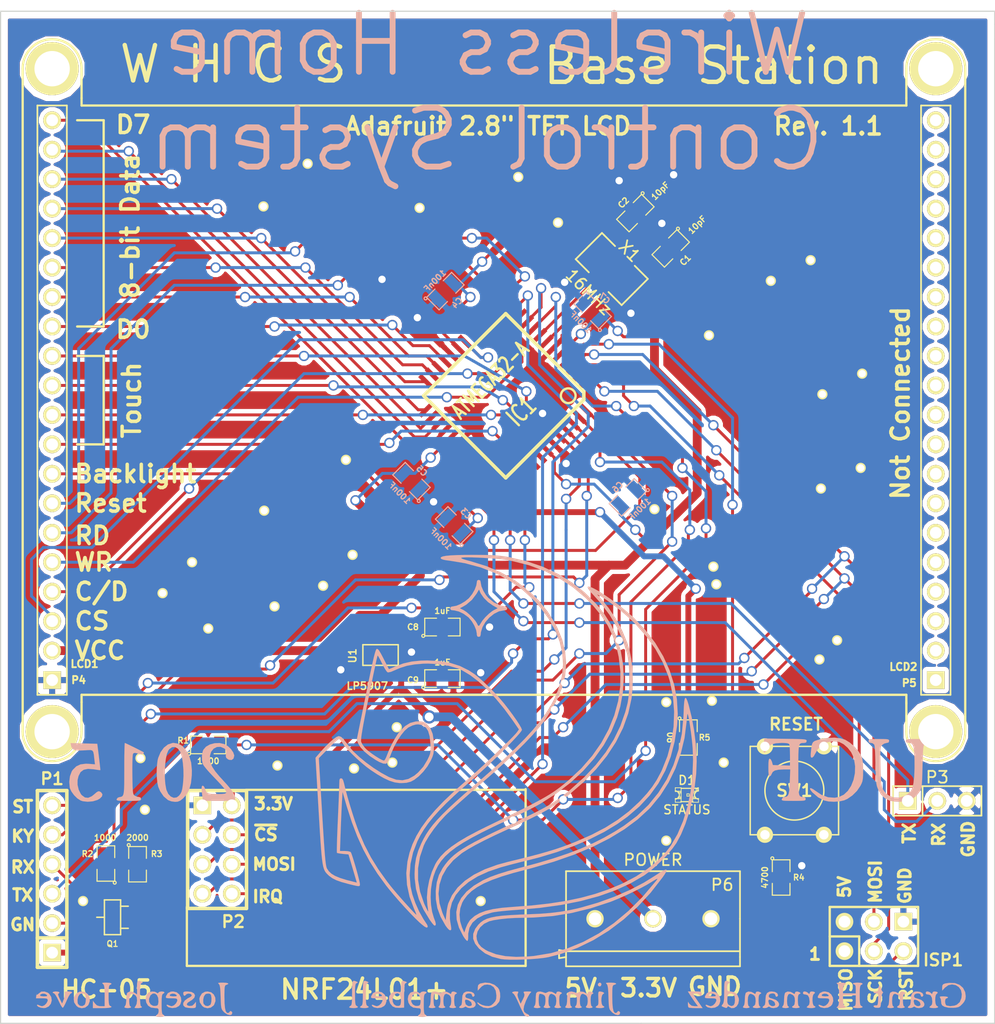
<source format=kicad_pcb>
(kicad_pcb (version 3) (host pcbnew "(2013-may-18)-stable")
  (title_block (title "Base Station") (rev 1.0) (company WHCS))
  (layers (15 F.Cu signal) (0 B.Cu signal) (18 B.Paste user) (19 F.Paste user) (20 B.SilkS user) (21 F.SilkS user) (22 B.Mask user) (23 F.Mask user) (28 Edge.Cuts user))
  (net 0 "")
  (net 1 /3V3)
  (net 2 /BTEN)
  (net 3 /CD)
  (net 4 /CE)
  (net 5 /CSN)
  (net 6 /D0)
  (net 7 /D1)
  (net 8 /D2)
  (net 9 /D3)
  (net 10 /D4)
  (net 11 /D5)
  (net 12 /D6)
  (net 13 /D7)
  (net 14 /HC_GND)
  (net 15 /IRQ)
  (net 16 /KEY)
  (net 17 /LCS)
  (net 18 /LITE)
  (net 19 /LRST)
  (net 20 /MISO)
  (net 21 /MOSI)
  (net 22 /PA4)
  (net 23 /RD)
  (net 24 /RST)
  (net 25 /RX)
  (net 26 /RX_SOFT)
  (net 27 /SCK)
  (net 28 /STATUS)
  (net 29 /TX)
  (net 30 /TX_SOFT)
  (net 31 /VCC)
  (net 32 /WR)
  (net 33 /X+)
  (net 34 /X-)
  (net 35 /Y+)
  (net 36 /Y-)
  (net 37 GND)
  (net 38 N-000001)
  (net 39 N-0000014)
  (net 40 N-0000017)
  (net 41 N-000002)
  (net 42 N-0000052)
  (net 43 N-0000063)
  (module gnd-via (layer F.Cu) (at 101.854 135.89)
    (fp_text reference "" (at 0 0) (layer F.SilkS))
    (fp_text value "" (at 0 0) (layer F.SilkS))
    (pad "" thru_hole circle (at 0 0) (size 0.889 0.889) (drill 0.635) (layers *.Cu *.Mask F.SilkS) (net 37 GND))
  )
  (module gnd-via (layer F.Cu) (at 102.235 140.335)
    (fp_text reference "" (at 0 0) (layer F.SilkS))
    (fp_text value "" (at 0 0) (layer F.SilkS))
    (pad "" thru_hole circle (at 0 0) (size 0.889 0.889) (drill 0.635) (layers *.Cu *.Mask F.SilkS) (net 37 GND))
  )
  (module gnd-via (layer F.Cu) (at 107.696 124.714)
    (fp_text reference "" (at 0 0) (layer F.SilkS))
    (fp_text value "" (at 0 0) (layer F.SilkS))
    (pad "" thru_hole circle (at 0 0) (size 0.889 0.889) (drill 0.635) (layers *.Cu *.Mask F.SilkS) (net 37 GND))
  )
  (module gnd-via (layer F.Cu) (at 120.142 118.364)
    (fp_text reference "" (at 0 0) (layer F.SilkS))
    (fp_text value "" (at 0 0) (layer F.SilkS))
    (pad "" thru_hole circle (at 0 0) (size 0.889 0.889) (drill 0.635) (layers *.Cu *.Mask F.SilkS) (net 37 GND))
  )
  (module gnd-via (layer F.Cu) (at 117.602 121.031)
    (fp_text reference "" (at 0 0) (layer F.SilkS))
    (fp_text value "" (at 0 0) (layer F.SilkS))
    (pad "" thru_hole circle (at 0 0) (size 0.889 0.889) (drill 0.635) (layers *.Cu *.Mask F.SilkS) (net 37 GND))
  )
  (module gnd-via (layer F.Cu) (at 113.411 122.809)
    (fp_text reference "" (at 0 0) (layer F.SilkS))
    (fp_text value "" (at 0 0) (layer F.SilkS))
    (pad "" thru_hole circle (at 0 0) (size 0.889 0.889) (drill 0.635) (layers *.Cu *.Mask F.SilkS) (net 37 GND))
  )
  (module gnd-via (layer F.Cu) (at 112.522 114.554)
    (fp_text reference "" (at 0 0) (layer F.SilkS))
    (fp_text value "" (at 0 0) (layer F.SilkS))
    (pad "" thru_hole circle (at 0 0) (size 0.889 0.889) (drill 0.635) (layers *.Cu *.Mask F.SilkS) (net 37 GND))
  )
  (module gnd-via (layer F.Cu) (at 103.759 121.666)
    (fp_text reference "" (at 0 0) (layer F.SilkS))
    (fp_text value "" (at 0 0) (layer F.SilkS))
    (pad "" thru_hole circle (at 0 0) (size 0.889 0.889) (drill 0.635) (layers *.Cu *.Mask F.SilkS) (net 37 GND))
  )
  (module gnd-via (layer F.Cu) (at 106.299 118.999)
    (fp_text reference "" (at 0 0) (layer F.SilkS))
    (fp_text value "" (at 0 0) (layer F.SilkS))
    (pad "" thru_hole circle (at 0 0) (size 0.889 0.889) (drill 0.635) (layers *.Cu *.Mask F.SilkS) (net 37 GND))
  )
  (module gnd-via (layer F.Cu) (at 123.571 136.271)
    (fp_text reference "" (at 0 0) (layer F.SilkS))
    (fp_text value "" (at 0 0) (layer F.SilkS))
    (pad "" thru_hole circle (at 0 0) (size 0.889 0.889) (drill 0.635) (layers *.Cu *.Mask F.SilkS) (net 37 GND))
  )
  (module gnd-via (layer F.Cu) (at 147.193 131.064)
    (fp_text reference "" (at 0 0) (layer F.SilkS))
    (fp_text value "" (at 0 0) (layer F.SilkS))
    (pad "" thru_hole circle (at 0 0) (size 0.889 0.889) (drill 0.635) (layers *.Cu *.Mask F.SilkS) (net 37 GND))
  )
  (module gnd-via (layer F.Cu) (at 151.13 130.937)
    (fp_text reference "" (at 0 0) (layer F.SilkS))
    (fp_text value "" (at 0 0) (layer F.SilkS))
    (pad "" thru_hole circle (at 0 0) (size 0.889 0.889) (drill 0.635) (layers *.Cu *.Mask F.SilkS) (net 37 GND))
  )
  (module gnd-via (layer F.Cu) (at 151.257 119.38)
    (fp_text reference "" (at 0 0) (layer F.SilkS))
    (fp_text value "" (at 0 0) (layer F.SilkS))
    (pad "" thru_hole circle (at 0 0) (size 0.889 0.889) (drill 0.635) (layers *.Cu *.Mask F.SilkS) (net 37 GND))
  )
  (module gnd-via (layer F.Cu) (at 161.925 125.73)
    (fp_text reference "" (at 0 0) (layer F.SilkS))
    (fp_text value "" (at 0 0) (layer F.SilkS))
    (pad "" thru_hole circle (at 0 0) (size 0.889 0.889) (drill 0.635) (layers *.Cu *.Mask F.SilkS) (net 37 GND))
  )
  (module gnd-via (layer F.Cu) (at 160.401 127.381)
    (fp_text reference "" (at 0 0) (layer F.SilkS))
    (fp_text value "" (at 0 0) (layer F.SilkS))
    (pad "" thru_hole circle (at 0 0) (size 0.889 0.889) (drill 0.635) (layers *.Cu *.Mask F.SilkS) (net 37 GND))
  )
  (module gnd-via (layer F.Cu) (at 120.269 136.779)
    (fp_text reference "" (at 0 0) (layer F.SilkS))
    (fp_text value "" (at 0 0) (layer F.SilkS))
    (pad "" thru_hole circle (at 0 0) (size 0.889 0.889) (drill 0.635) (layers *.Cu *.Mask F.SilkS) (net 37 GND))
  )
  (module gnd-via (layer F.Cu) (at 113.665 136.525)
    (fp_text reference "" (at 0 0) (layer F.SilkS))
    (fp_text value "" (at 0 0) (layer F.SilkS))
    (pad "" thru_hole circle (at 0 0) (size 0.889 0.889) (drill 0.635) (layers *.Cu *.Mask F.SilkS) (net 37 GND))
  )
  (module gnd-via (layer F.Cu) (at 137.8585 89.7255 90)
    (fp_text reference "" (at 0 0 90) (layer F.SilkS))
    (fp_text value "" (at 0 0 90) (layer F.SilkS))
    (pad "" thru_hole circle (at 0 0 90) (size 0.889 0.889) (drill 0.635) (layers *.Cu *.Mask F.SilkS) (net 37 GND))
  )
  (module gnd-via (layer F.Cu) (at 131.191 148.209)
    (fp_text reference "" (at 0 0) (layer F.SilkS))
    (fp_text value "" (at 0 0) (layer F.SilkS))
    (pad "" thru_hole circle (at 0 0) (size 0.889 0.889) (drill 0.635) (layers *.Cu *.Mask F.SilkS) (net 37 GND))
  )
  (module gnd-via (layer F.Cu) (at 123.952 133.223)
    (fp_text reference "" (at 0 0) (layer F.SilkS))
    (fp_text value "" (at 0 0) (layer F.SilkS))
    (pad "" thru_hole circle (at 0 0) (size 0.889 0.889) (drill 0.635) (layers *.Cu *.Mask F.SilkS) (net 37 GND))
  )
  (module gnd-via (layer F.Cu) (at 147.193 143.002)
    (fp_text reference "" (at 0 0) (layer F.SilkS))
    (fp_text value "" (at 0 0) (layer F.SilkS))
    (pad "" thru_hole circle (at 0 0) (size 0.889 0.889) (drill 0.635) (layers *.Cu *.Mask F.SilkS) (net 37 GND))
  )
  (module gnd-via (layer F.Cu) (at 151.511 120.904)
    (fp_text reference "" (at 0 0) (layer F.SilkS))
    (fp_text value "" (at 0 0) (layer F.SilkS))
    (pad "" thru_hole circle (at 0 0) (size 0.889 0.889) (drill 0.635) (layers *.Cu *.Mask F.SilkS) (net 37 GND))
  )
  (module gnd-via (layer F.Cu) (at 159.639 92.964)
    (fp_text reference "" (at 0 0) (layer F.SilkS))
    (fp_text value "" (at 0 0) (layer F.SilkS))
    (pad "" thru_hole circle (at 0 0) (size 0.889 0.889) (drill 0.635) (layers *.Cu *.Mask F.SilkS) (net 37 GND))
  )
  (module gnd-via (layer F.Cu) (at 156.21 94.742)
    (fp_text reference "" (at 0 0) (layer F.SilkS))
    (fp_text value "" (at 0 0) (layer F.SilkS))
    (pad "" thru_hole circle (at 0 0) (size 0.889 0.889) (drill 0.635) (layers *.Cu *.Mask F.SilkS) (net 37 GND))
  )
  (module gnd-via (layer F.Cu) (at 150.876 99.441)
    (fp_text reference "" (at 0 0) (layer F.SilkS))
    (fp_text value "" (at 0 0) (layer F.SilkS))
    (pad "" thru_hole circle (at 0 0) (size 0.889 0.889) (drill 0.635) (layers *.Cu *.Mask F.SilkS) (net 37 GND))
  )
  (module gnd-via (layer F.Cu) (at 125.9205 88.4555 90)
    (fp_text reference "" (at 0 0 90) (layer F.SilkS))
    (fp_text value "" (at 0 0 90) (layer F.SilkS))
    (pad "" thru_hole circle (at 0 0 90) (size 0.889 0.889) (drill 0.635) (layers *.Cu *.Mask F.SilkS) (net 37 GND))
  )
  (module gnd-via (layer F.Cu) (at 134.4295 85.7885 90)
    (fp_text reference "" (at 0 0 90) (layer F.SilkS))
    (fp_text value "" (at 0 0 90) (layer F.SilkS))
    (pad "" thru_hole circle (at 0 0 90) (size 0.889 0.889) (drill 0.635) (layers *.Cu *.Mask F.SilkS) (net 37 GND))
  )
  (module gnd-via (layer F.Cu) (at 116.2685 84.6455 90)
    (fp_text reference "" (at 0 0 90) (layer F.SilkS))
    (fp_text value "" (at 0 0 90) (layer F.SilkS))
    (pad "" thru_hole circle (at 0 0 90) (size 0.889 0.889) (drill 0.635) (layers *.Cu *.Mask F.SilkS) (net 37 GND))
  )
  (module gnd-via (layer F.Cu) (at 112.4585 88.3285 90)
    (fp_text reference "" (at 0 0 90) (layer F.SilkS))
    (fp_text value "" (at 0 0 90) (layer F.SilkS))
    (pad "" thru_hole circle (at 0 0 90) (size 0.889 0.889) (drill 0.635) (layers *.Cu *.Mask F.SilkS) (net 37 GND))
  )
  (module gnd-via (layer F.Cu) (at 119.5705 110.1725 90)
    (fp_text reference "" (at 0 0 90) (layer F.SilkS))
    (fp_text value "" (at 0 0 90) (layer F.SilkS))
    (pad "" thru_hole circle (at 0 0 90) (size 0.889 0.889) (drill 0.635) (layers *.Cu *.Mask F.SilkS) (net 37 GND))
  )
  (module gnd-via (layer F.Cu) (at 160.655 104.521)
    (fp_text reference "" (at 0 0) (layer F.SilkS))
    (fp_text value "" (at 0 0) (layer F.SilkS))
    (pad "" thru_hole circle (at 0 0) (size 0.889 0.889) (drill 0.635) (layers *.Cu *.Mask F.SilkS) (net 37 GND))
  )
  (module gnd-via (layer F.Cu) (at 164.084 102.743)
    (fp_text reference "" (at 0 0) (layer F.SilkS))
    (fp_text value "" (at 0 0) (layer F.SilkS))
    (pad "" thru_hole circle (at 0 0) (size 0.889 0.889) (drill 0.635) (layers *.Cu *.Mask F.SilkS) (net 37 GND))
  )
  (module gnd-via (layer F.Cu) (at 163.957 110.871)
    (fp_text reference "" (at 0 0) (layer F.SilkS))
    (fp_text value "" (at 0 0) (layer F.SilkS))
    (pad "" thru_hole circle (at 0 0) (size 0.889 0.889) (drill 0.635) (layers *.Cu *.Mask F.SilkS) (net 37 GND))
  )
  (module gnd-via (layer F.Cu) (at 96.901 148.209)
    (fp_text reference "" (at 0 0) (layer F.SilkS))
    (fp_text value "" (at 0 0) (layer F.SilkS))
    (pad "" thru_hole circle (at 0 0) (size 0.889 0.889) (drill 0.635) (layers *.Cu *.Mask F.SilkS) (net 37 GND))
  )
  (module gnd-via (layer F.Cu) (at 160.528 112.649)
    (fp_text reference "" (at 0 0) (layer F.SilkS))
    (fp_text value "" (at 0 0) (layer F.SilkS))
    (pad "" thru_hole circle (at 0 0) (size 0.889 0.889) (drill 0.635) (layers *.Cu *.Mask F.SilkS) (net 37 GND))
  )
  (module gnd-via (layer F.Cu) (at 146.177 114.427)
    (fp_text reference "" (at 0 0) (layer F.SilkS))
    (fp_text value "" (at 0 0) (layer F.SilkS))
    (pad "" thru_hole circle (at 0 0) (size 0.889 0.889) (drill 0.635) (layers *.Cu *.Mask F.SilkS) (net 37 GND))
  )
  (module TQFP44 (layer F.Cu) (at 133.35 104.648 225)
    (fp_text reference IC1 (at 0 -1.905 225) (layer F.SilkS) (effects (font (size 1.524 1.016) (thickness 0.2032))))
    (fp_text value ATMEGA32-A (at 0 1.905 225) (layer F.SilkS) (effects (font (size 1.27 0.889) (thickness 0.2032))))
    (pad 39 smd rect (at 0 -5.715 225) (size 0.4064 1.524) (layers F.Cu F.Paste F.Mask) (net 37 GND))
    (pad 40 smd rect (at -0.8001 -5.715 225) (size 0.4064 1.524) (layers F.Cu F.Paste F.Mask) (net 4 /CE))
    (pad 41 smd rect (at -1.6002 -5.715 225) (size 0.4064 1.524) (layers F.Cu F.Paste F.Mask) (net 16 /KEY))
    (pad 42 smd rect (at -2.4003 -5.715 225) (size 0.4064 1.524) (layers F.Cu F.Paste F.Mask) (net 2 /BTEN))
    (pad 43 smd rect (at -3.2004 -5.715 225) (size 0.4064 1.524) (layers F.Cu F.Paste F.Mask) (net 18 /LITE))
    (pad 44 smd rect (at -4.0005 -5.715 225) (size 0.4064 1.524) (layers F.Cu F.Paste F.Mask) (net 5 /CSN))
    (pad 38 smd rect (at 0.8001 -5.715 225) (size 0.4064 1.524) (layers F.Cu F.Paste F.Mask) (net 31 /VCC))
    (pad 37 smd rect (at 1.6002 -5.715 225) (size 0.4064 1.524) (layers F.Cu F.Paste F.Mask) (net 36 /Y-))
    (pad 36 smd rect (at 2.4003 -5.715 225) (size 0.4064 1.524) (layers F.Cu F.Paste F.Mask) (net 34 /X-))
    (pad 35 smd rect (at 3.2004 -5.715 225) (size 0.4064 1.524) (layers F.Cu F.Paste F.Mask) (net 35 /Y+))
    (pad 34 smd rect (at 4.0005 -5.715 225) (size 0.4064 1.524) (layers F.Cu F.Paste F.Mask) (net 33 /X+))
    (pad 17 smd rect (at 0 5.715 225) (size 0.4064 1.524) (layers F.Cu F.Paste F.Mask) (net 31 /VCC))
    (pad 16 smd rect (at -0.8001 5.715 225) (size 0.4064 1.524) (layers F.Cu F.Paste F.Mask) (net 17 /LCS))
    (pad 15 smd rect (at -1.6002 5.715 225) (size 0.4064 1.524) (layers F.Cu F.Paste F.Mask) (net 3 /CD))
    (pad 14 smd rect (at -2.4003 5.715 225) (size 0.4064 1.524) (layers F.Cu F.Paste F.Mask) (net 32 /WR))
    (pad 13 smd rect (at -3.2004 5.715 225) (size 0.4064 1.524) (layers F.Cu F.Paste F.Mask) (net 23 /RD))
    (pad 12 smd rect (at -4.0005 5.715 225) (size 0.4064 1.524) (layers F.Cu F.Paste F.Mask) (net 19 /LRST))
    (pad 18 smd rect (at 0.8001 5.715 225) (size 0.4064 1.524) (layers F.Cu F.Paste F.Mask) (net 37 GND))
    (pad 19 smd rect (at 1.6002 5.715 225) (size 0.4064 1.524) (layers F.Cu F.Paste F.Mask) (net 6 /D0))
    (pad 20 smd rect (at 2.4003 5.715 225) (size 0.4064 1.524) (layers F.Cu F.Paste F.Mask) (net 7 /D1))
    (pad 21 smd rect (at 3.2004 5.715 225) (size 0.4064 1.524) (layers F.Cu F.Paste F.Mask) (net 8 /D2))
    (pad 22 smd rect (at 4.0005 5.715 225) (size 0.4064 1.524) (layers F.Cu F.Paste F.Mask) (net 9 /D3))
    (pad 6 smd rect (at -5.715 0 225) (size 1.524 0.4064) (layers F.Cu F.Paste F.Mask) (net 37 GND))
    (pad 28 smd rect (at 5.715 0 225) (size 1.524 0.4064) (layers F.Cu F.Paste F.Mask) (net 37 GND))
    (pad 7 smd rect (at -5.715 0.8001 225) (size 1.524 0.4064) (layers F.Cu F.Paste F.Mask) (net 38 N-000001))
    (pad 27 smd rect (at 5.715 0.8001 225) (size 1.524 0.4064) (layers F.Cu F.Paste F.Mask) (net 31 /VCC))
    (pad 26 smd rect (at 5.715 1.6002 225) (size 1.524 0.4064) (layers F.Cu F.Paste F.Mask) (net 13 /D7))
    (pad 8 smd rect (at -5.715 1.6002 225) (size 1.524 0.4064) (layers F.Cu F.Paste F.Mask) (net 41 N-000002))
    (pad 9 smd rect (at -5.715 2.4003 225) (size 1.524 0.4064) (layers F.Cu F.Paste F.Mask) (net 25 /RX))
    (pad 25 smd rect (at 5.715 2.4003 225) (size 1.524 0.4064) (layers F.Cu F.Paste F.Mask) (net 12 /D6))
    (pad 24 smd rect (at 5.715 3.2004 225) (size 1.524 0.4064) (layers F.Cu F.Paste F.Mask) (net 11 /D5))
    (pad 10 smd rect (at -5.715 3.2004 225) (size 1.524 0.4064) (layers F.Cu F.Paste F.Mask) (net 29 /TX))
    (pad 11 smd rect (at -5.715 4.0005 225) (size 1.524 0.4064) (layers F.Cu F.Paste F.Mask) (net 15 /IRQ))
    (pad 23 smd rect (at 5.715 4.0005 225) (size 1.524 0.4064) (layers F.Cu F.Paste F.Mask) (net 10 /D4))
    (pad 29 smd rect (at 5.715 -0.8001 225) (size 1.524 0.4064) (layers F.Cu F.Paste F.Mask) (net 43 N-0000063))
    (pad 5 smd rect (at -5.715 -0.8001 225) (size 1.524 0.4064) (layers F.Cu F.Paste F.Mask) (net 31 /VCC))
    (pad 4 smd rect (at -5.715 -1.6002 225) (size 1.524 0.4064) (layers F.Cu F.Paste F.Mask) (net 24 /RST))
    (pad 30 smd rect (at 5.715 -1.6002 225) (size 1.524 0.4064) (layers F.Cu F.Paste F.Mask) (net 26 /RX_SOFT))
    (pad 31 smd rect (at 5.715 -2.4003 225) (size 1.524 0.4064) (layers F.Cu F.Paste F.Mask) (net 30 /TX_SOFT))
    (pad 3 smd rect (at -5.715 -2.4003 225) (size 1.524 0.4064) (layers F.Cu F.Paste F.Mask) (net 27 /SCK))
    (pad 2 smd rect (at -5.715 -3.2004 225) (size 1.524 0.4064) (layers F.Cu F.Paste F.Mask) (net 20 /MISO))
    (pad 32 smd rect (at 5.715 -3.2004 225) (size 1.524 0.4064) (layers F.Cu F.Paste F.Mask) (net 28 /STATUS))
    (pad 33 smd rect (at 5.715 -4.0005 225) (size 1.524 0.4064) (layers F.Cu F.Paste F.Mask) (net 22 /PA4))
    (pad 1 smd rect (at -5.715 -4.0005 225) (size 1.524 0.4064) (layers F.Cu F.Paste F.Mask) (net 21 /MOSI))
  )
  (module SW_PUSH_SMALL (layer F.Cu) (at 158.242 138.684 90)
    (fp_text reference SW1 (at 0 0 180) (layer F.SilkS) (effects (font (size 1.016 1.016) (thickness 0.2032))))
    (fp_text value RESET (at 5.715 0.127 180) (layer F.SilkS) (effects (font (size 1.016 1.016) (thickness 0.2032))))
    (pad 1 thru_hole circle (at 3.81 -2.54 90) (size 1.397 1.397) (drill 0.8128) (layers *.Cu *.Mask F.SilkS) (net 24 /RST))
    (pad 2 thru_hole circle (at 3.81 2.54 90) (size 1.397 1.397) (drill 0.8128) (layers *.Cu *.Mask F.SilkS) (net 37 GND))
    (pad 1 thru_hole circle (at -3.81 -2.54 90) (size 1.397 1.397) (drill 0.8128) (layers *.Cu *.Mask F.SilkS) (net 24 /RST))
    (pad 2 thru_hole circle (at -3.81 2.54 90) (size 1.397 1.397) (drill 0.8128) (layers *.Cu *.Mask F.SilkS) (net 37 GND))
  )
  (module SOT23-5 (layer F.Cu) (at 122.555 127 180)
    (fp_text reference U1 (at 2.413 -0.0635 270) (layer F.SilkS) (effects (font (size 0.635 0.635) (thickness 0.127))))
    (fp_text value LP5907 (at 1.143 -2.667 180) (layer F.SilkS) (effects (font (size 0.635 0.635) (thickness 0.127))))
    (pad 1 smd rect (at -0.9525 1.27 180) (size 0.508 0.762) (layers F.Cu F.Paste F.Mask) (net 31 /VCC))
    (pad 3 smd rect (at 0.9525 1.27 180) (size 0.508 0.762) (layers F.Cu F.Paste F.Mask) (net 31 /VCC))
    (pad 5 smd rect (at -0.9525 -1.27 180) (size 0.508 0.762) (layers F.Cu F.Paste F.Mask) (net 1 /3V3))
    (pad 2 smd rect (at 0 1.27 180) (size 0.508 0.762) (layers F.Cu F.Paste F.Mask) (net 37 GND))
    (pad 4 smd rect (at 0.9525 -1.27 180) (size 0.508 0.762) (layers F.Cu F.Paste F.Mask) (net 37 GND))
  )
  (module sot23 (layer F.Cu) (at 99.441 149.606 90)
    (fp_text reference Q1 (at -2.286 0 180) (layer F.SilkS) (effects (font (size 0.50038 0.50038) (thickness 0.09906))))
    (fp_text value BTEN hide)
    (pad 1 smd rect (at -0.9525 1.05664 90) (size 0.59944 1.00076) (layers F.Cu F.Paste F.Mask) (net 39 N-0000014))
    (pad 2 smd rect (at 0 -1.05664 90) (size 0.59944 1.00076) (layers F.Cu F.Paste F.Mask) (net 14 /HC_GND))
    (pad 3 smd rect (at 0.9525 1.05664 90) (size 0.59944 1.00076) (layers F.Cu F.Paste F.Mask) (net 37 GND))
  )
  (module SM0805 (layer F.Cu) (at 144.526 88.9 225)
    (fp_text reference C2 (at 0.089803 1.347038 225) (layer F.SilkS) (effects (font (size 0.50038 0.50038) (thickness 0.10922))))
    (fp_text value 10pF (at -2.873682 -0.179605 225) (layer F.SilkS) (effects (font (size 0.50038 0.50038) (thickness 0.10922))))
    (pad 1 smd rect (at -0.9525 0 225) (size 0.889 1.397) (layers F.Cu F.Paste F.Mask) (net 37 GND))
    (pad 2 smd rect (at 0.9525 0 225) (size 0.889 1.397) (layers F.Cu F.Paste F.Mask) (net 41 N-000002))
  )
  (module SM0805 (layer F.Cu) (at 149.098 134.112 270)
    (fp_text reference R5 (at 0 -1.397 360) (layer F.SilkS) (effects (font (size 0.50038 0.50038) (thickness 0.10922))))
    (fp_text value 90 (at 0 1.524 270) (layer F.SilkS) (effects (font (size 0.50038 0.50038) (thickness 0.10922))))
    (pad 1 smd rect (at -0.9525 0 270) (size 0.889 1.397) (layers F.Cu F.Paste F.Mask) (net 22 /PA4))
    (pad 2 smd rect (at 0.9525 0 270) (size 0.889 1.397) (layers F.Cu F.Paste F.Mask) (net 42 N-0000052))
  )
  (module SM0805 (layer F.Cu) (at 157.099 146.177 270)
    (fp_text reference R4 (at 0 -1.524 360) (layer F.SilkS) (effects (font (size 0.50038 0.50038) (thickness 0.10922))))
    (fp_text value 4700 (at 0 1.397 270) (layer F.SilkS) (effects (font (size 0.50038 0.50038) (thickness 0.10922))))
    (pad 1 smd rect (at -0.9525 0 270) (size 0.889 1.397) (layers F.Cu F.Paste F.Mask) (net 31 /VCC))
    (pad 2 smd rect (at 0.9525 0 270) (size 0.889 1.397) (layers F.Cu F.Paste F.Mask) (net 24 /RST))
  )
  (module SM0805 (layer B.Cu) (at 140.843 97.282 135)
    (fp_text reference C7 (at 0 1.436841 135) (layer B.SilkS) (effects (font (size 0.50038 0.50038) (thickness 0.10922)) (justify mirror)))
    (fp_text value 100nF (at 0 -1.436841 135) (layer B.SilkS) (effects (font (size 0.50038 0.50038) (thickness 0.10922)) (justify mirror)))
    (pad 1 smd rect (at -0.9525 0 135) (size 0.889 1.397) (layers B.Cu B.Paste B.Mask) (net 31 /VCC))
    (pad 2 smd rect (at 0.9525 0 135) (size 0.889 1.397) (layers B.Cu B.Paste B.Mask) (net 37 GND))
  )
  (module SM0805 (layer B.Cu) (at 128.143 95.631 45)
    (fp_text reference C4 (at 0 1.436841 45) (layer B.SilkS) (effects (font (size 0.50038 0.50038) (thickness 0.10922)) (justify mirror)))
    (fp_text value 100nF (at 0 -1.257236 45) (layer B.SilkS) (effects (font (size 0.50038 0.50038) (thickness 0.10922)) (justify mirror)))
    (pad 1 smd rect (at -0.9525 0 45) (size 0.889 1.397) (layers B.Cu B.Paste B.Mask) (net 37 GND))
    (pad 2 smd rect (at 0.9525 0 45) (size 0.889 1.397) (layers B.Cu B.Paste B.Mask) (net 31 /VCC))
  )
  (module SM0805 (layer B.Cu) (at 125.222 112.014 135)
    (fp_text reference C5 (at 0 1.257236 135) (layer B.SilkS) (effects (font (size 0.50038 0.50038) (thickness 0.10922)) (justify mirror)))
    (fp_text value 100nF (at 0 -1.436841 135) (layer B.SilkS) (effects (font (size 0.50038 0.50038) (thickness 0.10922)) (justify mirror)))
    (pad 1 smd rect (at -0.9525 0 135) (size 0.889 1.397) (layers B.Cu B.Paste B.Mask) (net 37 GND))
    (pad 2 smd rect (at 0.9525 0 135) (size 0.889 1.397) (layers B.Cu B.Paste B.Mask) (net 31 /VCC))
  )
  (module SM0805 (layer B.Cu) (at 143.891 113.411 225)
    (fp_text reference C6 (at 0 1.257236 225) (layer B.SilkS) (effects (font (size 0.50038 0.50038) (thickness 0.10922)) (justify mirror)))
    (fp_text value 100nF (at 0 -1.436841 225) (layer B.SilkS) (effects (font (size 0.50038 0.50038) (thickness 0.10922)) (justify mirror)))
    (pad 1 smd rect (at -0.9525 0 225) (size 0.889 1.397) (layers B.Cu B.Paste B.Mask) (net 37 GND))
    (pad 2 smd rect (at 0.9525 0 225) (size 0.889 1.397) (layers B.Cu B.Paste B.Mask) (net 31 /VCC))
  )
  (module SM0805 (layer F.Cu) (at 107.696 134.747)
    (fp_text reference R1 (at -2.159 -0.381) (layer F.SilkS) (effects (font (size 0.50038 0.50038) (thickness 0.10922))))
    (fp_text value 1000 (at 0 1.397) (layer F.SilkS) (effects (font (size 0.50038 0.50038) (thickness 0.10922))))
    (pad 1 smd rect (at -0.9525 0) (size 0.889 1.397) (layers F.Cu F.Paste F.Mask) (net 39 N-0000014))
    (pad 2 smd rect (at 0.9525 0) (size 0.889 1.397) (layers F.Cu F.Paste F.Mask) (net 2 /BTEN))
  )
  (module SM0805 (layer F.Cu) (at 101.6 145.034 270)
    (fp_text reference R3 (at -0.889 -1.651 360) (layer F.SilkS) (effects (font (size 0.50038 0.50038) (thickness 0.10922))))
    (fp_text value 2000 (at -2.286 0 360) (layer F.SilkS) (effects (font (size 0.50038 0.50038) (thickness 0.10922))))
    (pad 1 smd rect (at -0.9525 0 270) (size 0.889 1.397) (layers F.Cu F.Paste F.Mask) (net 37 GND))
    (pad 2 smd rect (at 0.9525 0 270) (size 0.889 1.397) (layers F.Cu F.Paste F.Mask) (net 40 N-0000017))
  )
  (module SM0805 (layer F.Cu) (at 98.8695 144.9705 90)
    (fp_text reference R2 (at 0.8255 -1.5875 180) (layer F.SilkS) (effects (font (size 0.50038 0.50038) (thickness 0.10922))))
    (fp_text value 1000 (at 2.2225 -0.0635 180) (layer F.SilkS) (effects (font (size 0.50038 0.50038) (thickness 0.10922))))
    (pad 1 smd rect (at -0.9525 0 90) (size 0.889 1.397) (layers F.Cu F.Paste F.Mask) (net 40 N-0000017))
    (pad 2 smd rect (at 0.9525 0 90) (size 0.889 1.397) (layers F.Cu F.Paste F.Mask) (net 29 /TX))
  )
  (module SM0805 (layer B.Cu) (at 128.905 115.824 135)
    (fp_text reference C3 (at 0 1.436841 135) (layer B.SilkS) (effects (font (size 0.50038 0.50038) (thickness 0.10922)) (justify mirror)))
    (fp_text value 100nF (at 0 -1.616446 135) (layer B.SilkS) (effects (font (size 0.50038 0.50038) (thickness 0.10922)) (justify mirror)))
    (pad 1 smd rect (at -0.9525 0 135) (size 0.889 1.397) (layers B.Cu B.Paste B.Mask) (net 43 N-0000063))
    (pad 2 smd rect (at 0.9525 0 135) (size 0.889 1.397) (layers B.Cu B.Paste B.Mask) (net 37 GND))
  )
  (module SM0805 (layer F.Cu) (at 147.574 91.948 225)
    (fp_text reference C1 (at -0.179605 -1.616446 225) (layer F.SilkS) (effects (font (size 0.50038 0.50038) (thickness 0.10922))))
    (fp_text value 10pF (at -3.053287 -0.179605 225) (layer F.SilkS) (effects (font (size 0.50038 0.50038) (thickness 0.10922))))
    (pad 1 smd rect (at -0.9525 0 225) (size 0.889 1.397) (layers F.Cu F.Paste F.Mask) (net 37 GND))
    (pad 2 smd rect (at 0.9525 0 225) (size 0.889 1.397) (layers F.Cu F.Paste F.Mask) (net 38 N-000001))
  )
  (module pin_array_4x2 (layer F.Cu) (at 108.458 143.764 270)
    (fp_text reference P2 (at 6.223 -1.397 360) (layer F.SilkS) (effects (font (size 1.016 1.016) (thickness 0.2032))))
    (fp_text value NRF24L01+ hide)
    (pad 1 thru_hole rect (at -3.81 1.27 270) (size 1.524 1.524) (drill 1.016) (layers *.Cu *.Mask F.SilkS) (net 37 GND))
    (pad 2 thru_hole circle (at -3.81 -1.27 270) (size 1.524 1.524) (drill 1.016) (layers *.Cu *.Mask F.SilkS) (net 1 /3V3))
    (pad 3 thru_hole circle (at -1.27 1.27 270) (size 1.524 1.524) (drill 1.016) (layers *.Cu *.Mask F.SilkS) (net 4 /CE))
    (pad 4 thru_hole circle (at -1.27 -1.27 270) (size 1.524 1.524) (drill 1.016) (layers *.Cu *.Mask F.SilkS) (net 5 /CSN))
    (pad 5 thru_hole circle (at 1.27 1.27 270) (size 1.524 1.524) (drill 1.016) (layers *.Cu *.Mask F.SilkS) (net 27 /SCK))
    (pad 6 thru_hole circle (at 1.27 -1.27 270) (size 1.524 1.524) (drill 1.016) (layers *.Cu *.Mask F.SilkS) (net 21 /MOSI))
    (pad 7 thru_hole circle (at 3.81 1.27 270) (size 1.524 1.524) (drill 1.016) (layers *.Cu *.Mask F.SilkS) (net 20 /MISO))
    (pad 8 thru_hole circle (at 3.81 -1.27 270) (size 1.524 1.524) (drill 1.016) (layers *.Cu *.Mask F.SilkS) (net 15 /IRQ))
  )
  (module PIN_ARRAY_20X1 (layer F.Cu) (at 170.434 94.869 90)
    (fp_text reference P5 (at -34.544 -2.286 180) (layer F.SilkS) (effects (font (size 0.63246 0.63246) (thickness 0.15748))))
    (fp_text value LCD2 (at -33.147 -2.794 180) (layer F.SilkS) (effects (font (size 0.63246 0.63246) (thickness 0.15748))))
    (pad 1 thru_hole rect (at -34.29 0 90) (size 1.524 1.524) (drill 1.016) (layers *.Cu *.Mask F.SilkS))
    (pad 2 thru_hole circle (at -31.75 0 90) (size 1.524 1.524) (drill 1.016) (layers *.Cu *.Mask F.SilkS))
    (pad 11 thru_hole circle (at -8.89 0 90) (size 1.524 1.524) (drill 1.016) (layers *.Cu *.Mask F.SilkS))
    (pad 4 thru_hole circle (at -26.67 0 90) (size 1.524 1.524) (drill 1.016) (layers *.Cu *.Mask F.SilkS))
    (pad 13 thru_hole circle (at -3.81 0 90) (size 1.524 1.524) (drill 1.016) (layers *.Cu *.Mask F.SilkS))
    (pad 6 thru_hole circle (at -21.59 0 90) (size 1.524 1.524) (drill 1.016) (layers *.Cu *.Mask F.SilkS))
    (pad 15 thru_hole circle (at 1.27 0 90) (size 1.524 1.524) (drill 1.016) (layers *.Cu *.Mask F.SilkS))
    (pad 8 thru_hole circle (at -16.51 0 90) (size 1.524 1.524) (drill 1.016) (layers *.Cu *.Mask F.SilkS))
    (pad 17 thru_hole circle (at 6.35 0 90) (size 1.524 1.524) (drill 1.016) (layers *.Cu *.Mask F.SilkS))
    (pad 10 thru_hole circle (at -11.43 0 90) (size 1.524 1.524) (drill 1.016) (layers *.Cu *.Mask F.SilkS))
    (pad 19 thru_hole circle (at 11.43 0 90) (size 1.524 1.524) (drill 1.016) (layers *.Cu *.Mask F.SilkS))
    (pad 12 thru_hole circle (at -6.35 0 90) (size 1.524 1.524) (drill 1.016) (layers *.Cu *.Mask F.SilkS))
    (pad 14 thru_hole circle (at -1.27 0 90) (size 1.524 1.524) (drill 1.016) (layers *.Cu *.Mask F.SilkS))
    (pad 16 thru_hole circle (at 3.81 0 90) (size 1.524 1.524) (drill 1.016) (layers *.Cu *.Mask F.SilkS))
    (pad 18 thru_hole circle (at 8.89 0 90) (size 1.524 1.524) (drill 1.016) (layers *.Cu *.Mask F.SilkS))
    (pad 20 thru_hole circle (at 13.97 0 90) (size 1.524 1.524) (drill 1.016) (layers *.Cu *.Mask F.SilkS))
    (pad 3 thru_hole circle (at -29.21 0 90) (size 1.524 1.524) (drill 1.016) (layers *.Cu *.Mask F.SilkS))
    (pad 5 thru_hole circle (at -24.13 0 90) (size 1.524 1.524) (drill 1.016) (layers *.Cu *.Mask F.SilkS))
    (pad 7 thru_hole circle (at -19.05 0 90) (size 1.524 1.524) (drill 1.016) (layers *.Cu *.Mask F.SilkS))
    (pad 9 thru_hole circle (at -13.97 0 90) (size 1.524 1.524) (drill 1.016) (layers *.Cu *.Mask F.SilkS))
  )
  (module PIN_ARRAY_20X1 (layer F.Cu) (at 94.234 94.869 90)
    (fp_text reference P4 (at -34.29 2.286 180) (layer F.SilkS) (effects (font (size 0.63246 0.63246) (thickness 0.15748))))
    (fp_text value LCD1 (at -32.893 2.794 180) (layer F.SilkS) (effects (font (size 0.63246 0.63246) (thickness 0.15748))))
    (pad 1 thru_hole rect (at -34.29 0 90) (size 1.524 1.524) (drill 1.016) (layers *.Cu *.Mask F.SilkS) (net 37 GND))
    (pad 2 thru_hole circle (at -31.75 0 90) (size 1.524 1.524) (drill 1.016) (layers *.Cu *.Mask F.SilkS) (net 31 /VCC))
    (pad 11 thru_hole circle (at -8.89 0 90) (size 1.524 1.524) (drill 1.016) (layers *.Cu *.Mask F.SilkS) (net 34 /X-))
    (pad 4 thru_hole circle (at -26.67 0 90) (size 1.524 1.524) (drill 1.016) (layers *.Cu *.Mask F.SilkS) (net 3 /CD))
    (pad 13 thru_hole circle (at -3.81 0 90) (size 1.524 1.524) (drill 1.016) (layers *.Cu *.Mask F.SilkS) (net 6 /D0))
    (pad 6 thru_hole circle (at -21.59 0 90) (size 1.524 1.524) (drill 1.016) (layers *.Cu *.Mask F.SilkS) (net 23 /RD))
    (pad 15 thru_hole circle (at 1.27 0 90) (size 1.524 1.524) (drill 1.016) (layers *.Cu *.Mask F.SilkS) (net 8 /D2))
    (pad 8 thru_hole circle (at -16.51 0 90) (size 1.524 1.524) (drill 1.016) (layers *.Cu *.Mask F.SilkS) (net 18 /LITE))
    (pad 17 thru_hole circle (at 6.35 0 90) (size 1.524 1.524) (drill 1.016) (layers *.Cu *.Mask F.SilkS) (net 10 /D4))
    (pad 10 thru_hole circle (at -11.43 0 90) (size 1.524 1.524) (drill 1.016) (layers *.Cu *.Mask F.SilkS) (net 35 /Y+))
    (pad 19 thru_hole circle (at 11.43 0 90) (size 1.524 1.524) (drill 1.016) (layers *.Cu *.Mask F.SilkS) (net 12 /D6))
    (pad 12 thru_hole circle (at -6.35 0 90) (size 1.524 1.524) (drill 1.016) (layers *.Cu *.Mask F.SilkS) (net 36 /Y-))
    (pad 14 thru_hole circle (at -1.27 0 90) (size 1.524 1.524) (drill 1.016) (layers *.Cu *.Mask F.SilkS) (net 7 /D1))
    (pad 16 thru_hole circle (at 3.81 0 90) (size 1.524 1.524) (drill 1.016) (layers *.Cu *.Mask F.SilkS) (net 9 /D3))
    (pad 18 thru_hole circle (at 8.89 0 90) (size 1.524 1.524) (drill 1.016) (layers *.Cu *.Mask F.SilkS) (net 11 /D5))
    (pad 20 thru_hole circle (at 13.97 0 90) (size 1.524 1.524) (drill 1.016) (layers *.Cu *.Mask F.SilkS) (net 13 /D7))
    (pad 3 thru_hole circle (at -29.21 0 90) (size 1.524 1.524) (drill 1.016) (layers *.Cu *.Mask F.SilkS) (net 17 /LCS))
    (pad 5 thru_hole circle (at -24.13 0 90) (size 1.524 1.524) (drill 1.016) (layers *.Cu *.Mask F.SilkS) (net 32 /WR))
    (pad 7 thru_hole circle (at -19.05 0 90) (size 1.524 1.524) (drill 1.016) (layers *.Cu *.Mask F.SilkS) (net 19 /LRST))
    (pad 9 thru_hole circle (at -13.97 0 90) (size 1.524 1.524) (drill 1.016) (layers *.Cu *.Mask F.SilkS) (net 33 /X+))
  )
  (module PIN_ARRAY-6X1 (layer F.Cu) (at 94.234 146.304 90)
    (fp_text reference P1 (at 8.636 0 180) (layer F.SilkS) (effects (font (size 1.016 1.016) (thickness 0.2032))))
    (fp_text value HC-05 hide)
    (pad 1 thru_hole rect (at -6.35 0 90) (size 1.524 1.524) (drill 1.016) (layers *.Cu *.Mask F.SilkS) (net 1 /3V3))
    (pad 2 thru_hole circle (at -3.81 0 90) (size 1.524 1.524) (drill 1.016) (layers *.Cu *.Mask F.SilkS) (net 14 /HC_GND))
    (pad 3 thru_hole circle (at -1.27 0 90) (size 1.524 1.524) (drill 1.016) (layers *.Cu *.Mask F.SilkS) (net 25 /RX))
    (pad 4 thru_hole circle (at 1.27 0 90) (size 1.524 1.524) (drill 1.016) (layers *.Cu *.Mask F.SilkS) (net 40 N-0000017))
    (pad 5 thru_hole circle (at 3.81 0 90) (size 1.524 1.524) (drill 1.016) (layers *.Cu *.Mask F.SilkS) (net 16 /KEY))
    (pad 6 thru_hole circle (at 6.35 0 90) (size 1.524 1.524) (drill 1.016) (layers *.Cu *.Mask F.SilkS) (net 28 /STATUS))
  )
  (module LED-0805 (layer F.Cu) (at 148.971 139.065)
    (fp_text reference D1 (at 0 -1.27) (layer F.SilkS) (effects (font (size 0.762 0.762) (thickness 0.127))))
    (fp_text value STATUS (at 0 1.27) (layer F.SilkS) (effects (font (size 0.762 0.762) (thickness 0.127))))
    (pad 1 smd rect (at -1.04902 0) (size 1.19888 1.19888) (layers F.Cu F.Paste F.Mask) (net 42 N-0000052))
    (pad 2 smd rect (at 1.04902 0) (size 1.19888 1.19888) (layers F.Cu F.Paste F.Mask) (net 37 GND))
  )
  (module terminal-282836-3 (layer F.Cu) (at 146.05 149.733)
    (fp_text reference P6 (at 5.969 -2.921) (layer F.SilkS))
    (fp_text value POWER (at 0 -5.08) (layer F.SilkS))
    (pad 1 thru_hole circle (at -5 0) (size 1.5 1.5) (drill 1.1) (layers *.Cu *.Mask F.SilkS) (net 31 /VCC))
    (pad 2 thru_hole circle (at 0 0) (size 1.5 1.5) (drill 1.1) (layers *.Cu *.Mask F.SilkS) (net 1 /3V3))
    (pad 3 thru_hole circle (at 5 0) (size 1.5 1.5) (drill 1.1) (layers *.Cu *.Mask F.SilkS) (net 37 GND))
  )
  (module pin_array_3x2 (layer F.Cu) (at 165.1 151.257)
    (fp_text reference ISP1 (at 5.969 2.032) (layer F.SilkS) (effects (font (size 1.016 1.016) (thickness 0.2032))))
    (fp_text value ISP hide)
    (pad 1 thru_hole circle (at -2.54 1.27) (size 1.524 1.524) (drill 1.016) (layers *.Cu *.Mask F.SilkS) (net 20 /MISO))
    (pad 2 thru_hole circle (at -2.54 -1.27) (size 1.524 1.524) (drill 1.016) (layers *.Cu *.Mask F.SilkS) (net 31 /VCC))
    (pad 3 thru_hole circle (at 0 1.27) (size 1.524 1.524) (drill 1.016) (layers *.Cu *.Mask F.SilkS) (net 27 /SCK))
    (pad 4 thru_hole circle (at 0 -1.27) (size 1.524 1.524) (drill 1.016) (layers *.Cu *.Mask F.SilkS) (net 21 /MOSI))
    (pad 5 thru_hole circle (at 2.54 1.27) (size 1.524 1.524) (drill 1.016) (layers *.Cu *.Mask F.SilkS) (net 24 /RST))
    (pad 6 thru_hole rect (at 2.54 -1.27) (size 1.524 1.524) (drill 1.016) (layers *.Cu *.Mask F.SilkS) (net 37 GND))
  )
  (module 2-SMD (layer F.Cu) (at 142.494 93.726 315)
    (fp_text reference X1 (at 0 -2.155261 315) (layer F.SilkS))
    (fp_text value 16MHz (at 0 2.8 315) (layer F.SilkS))
    (pad 1 smd rect (at -1.8 0 315) (size 1.6 2.3) (layers F.Cu F.Paste F.Mask) (net 41 N-000002))
    (pad 2 smd rect (at 1.8 0 315) (size 1.6 2.3) (layers F.Cu F.Paste F.Mask) (net 38 N-000001))
  )
  (module adafruit-tft-mount (layer F.Cu) (at 170.434 76.454)
    (fp_text reference "" (at 0 -2.54) (layer F.SilkS))
    (fp_text value "" (at 0 0) (layer F.SilkS))
    (pad "" thru_hole circle (at 0 0) (size 4.572 4.572) (drill 3.048) (layers *.Cu *.Mask F.SilkS) (clearance 0.508))
  )
  (module adafruit-tft-mount (layer F.Cu) (at 170.434 133.604)
    (fp_text reference "" (at 0 -2.54) (layer F.SilkS))
    (fp_text value "" (at 0 0) (layer F.SilkS))
    (pad "" thru_hole circle (at 0 0) (size 4.572 4.572) (drill 3.048) (layers *.Cu *.Mask F.SilkS) (clearance 0.508))
  )
  (module adafruit-tft-mount (layer F.Cu) (at 94.234 76.454)
    (fp_text reference "" (at 0 -2.54) (layer F.SilkS))
    (fp_text value "" (at 0 0) (layer F.SilkS))
    (pad "" thru_hole circle (at 0 0) (size 4.572 4.572) (drill 3.048) (layers *.Cu *.Mask F.SilkS) (clearance 0.508))
  )
  (module adafruit-tft-mount (layer F.Cu) (at 94.234 133.604)
    (fp_text reference "" (at 0 -2.54) (layer F.SilkS))
    (fp_text value "" (at 0 0) (layer F.SilkS))
    (pad "" thru_hole circle (at 0 0) (size 4.572 4.572) (drill 3.048) (layers *.Cu *.Mask F.SilkS) (clearance 0.508))
  )
  (module SM0805 (layer F.Cu) (at 127.889 124.587)
    (fp_text reference C8 (at -2.54 0) (layer F.SilkS) (effects (font (size 0.50038 0.50038) (thickness 0.10922))))
    (fp_text value 1uF (at 0 -1.397) (layer F.SilkS) (effects (font (size 0.50038 0.50038) (thickness 0.10922))))
    (pad 1 smd rect (at -0.9525 0) (size 0.889 1.397) (layers F.Cu F.Paste F.Mask) (net 31 /VCC))
    (pad 2 smd rect (at 0.9525 0) (size 0.889 1.397) (layers F.Cu F.Paste F.Mask) (net 37 GND))
  )
  (module SM0805 (layer F.Cu) (at 127.889 129.032)
    (fp_text reference C9 (at -2.54 0.127) (layer F.SilkS) (effects (font (size 0.50038 0.50038) (thickness 0.10922))))
    (fp_text value 1uF (at 0 -1.397) (layer F.SilkS) (effects (font (size 0.50038 0.50038) (thickness 0.10922))))
    (pad 1 smd rect (at -0.9525 0) (size 0.889 1.397) (layers F.Cu F.Paste F.Mask) (net 1 /3V3))
    (pad 2 smd rect (at 0.9525 0) (size 0.889 1.397) (layers F.Cu F.Paste F.Mask) (net 37 GND))
  )
  (module gnd-via (layer F.Cu) (at 152.146 136.271)
    (fp_text reference "" (at 0 0) (layer F.SilkS))
    (fp_text value "" (at 0 0) (layer F.SilkS))
    (pad "" thru_hole circle (at 0 0) (size 0.889 0.889) (drill 0.635) (layers *.Cu *.Mask F.SilkS) (net 37 GND))
  )
  (module PIN_ARRAY_3X1 (layer F.Cu) (at 170.561 139.573)
    (fp_text reference P3 (at 0 -2.032) (layer F.SilkS) (effects (font (size 1.016 1.016) (thickness 0.1524))))
    (fp_text value SERIAL hide)
    (pad 1 thru_hole rect (at -2.54 0) (size 1.524 1.524) (drill 1.016) (layers *.Cu *.Mask F.SilkS) (net 30 /TX_SOFT))
    (pad 2 thru_hole circle (at 0 0) (size 1.524 1.524) (drill 1.016) (layers *.Cu *.Mask F.SilkS) (net 26 /RX_SOFT))
    (pad 3 thru_hole circle (at 2.54 0) (size 1.524 1.524) (drill 1.016) (layers *.Cu *.Mask F.SilkS) (net 37 GND))
  )
  (module LOGO (layer B.Cu) (at 132.969 138.303)
    (fp_text reference G*** hide)
    (fp_text value LOGO hide)
  )
  (gr_text "Wireless Home\nControl System" (at 131.699 78.486) (layer B.SilkS) (effects (font (size 5.08 5.08) (thickness 0.508)) (justify mirror)))
  (gr_line (start 96.774 131.064) (end 96.774 130.429) (angle 90) (layer F.SilkS) (width 0.2))
  (gr_line (start 167.894 131.191) (end 167.894 130.429) (angle 90) (layer F.SilkS) (width 0.2))
  (gr_line (start 167.894 78.994) (end 167.894 79.629) (angle 90) (layer F.SilkS) (width 0.2))
  (gr_line (start 96.774 78.994) (end 96.774 79.629) (angle 90) (layer F.SilkS) (width 0.2))
  (gr_text GN (at 91.694 150.241) (layer F.SilkS) (effects (font (size 1.016 1.016) (thickness 0.254))))
  (gr_text ST (at 91.694 140.081) (layer F.SilkS) (effects (font (size 1.016 1.016) (thickness 0.254))))
  (gr_text KY (at 91.694 142.621) (layer F.SilkS) (effects (font (size 1.016 1.016) (thickness 0.254))))
  (gr_text TX (at 91.694 147.701) (layer F.SilkS) (effects (font (size 1.016 1.016) (thickness 0.254))))
  (gr_text "Not Connected" (at 167.386 105.283 90) (layer F.SilkS) (effects (font (size 1.5 1.5) (thickness 0.3))))
  (gr_text "Rev. 1.1" (at 161.163 81.407) (layer F.SilkS) (effects (font (size 1.5 1.5) (thickness 0.3))))
  (gr_text IRQ (at 111.379 147.828) (layer F.SilkS) (effects (font (size 1.016 1.016) (thickness 0.254)) (justify left)))
  (gr_text MOSI (at 111.379 145.034) (layer F.SilkS) (effects (font (size 1.016 1.016) (thickness 0.254)) (justify left)))
  (gr_text ~CS (at 111.506 142.494) (layer F.SilkS) (effects (font (size 1.016 1.016) (thickness 0.254)) (justify left)))
  (gr_text 3.3V (at 111.506 139.827) (layer F.SilkS) (effects (font (size 1.016 1.016) (thickness 0.254)) (justify left)))
  (gr_text RX (at 91.694 145.288) (layer F.SilkS) (effects (font (size 1.016 1.016) (thickness 0.254))))
  (gr_text GND (at 173.228 142.875 90) (layer F.SilkS) (effects (font (size 1.016 1.016) (thickness 0.254))))
  (gr_text "Base Station" (at 151.257 76.2) (layer F.SilkS) (effects (font (size 3.048 3.048) (thickness 0.381))))
  (gr_text "W H C S" (at 109.855 76.073) (layer F.SilkS) (effects (font (size 3.048 3.048) (thickness 0.381))))
  (gr_text VCC (at 96.012 126.619) (layer F.SilkS) (effects (font (size 1.5 1.5) (thickness 0.3)) (justify left)))
  (gr_text CS (at 96.012 124.079) (layer F.SilkS) (effects (font (size 1.5 1.5) (thickness 0.3)) (justify left)))
  (gr_text C/D (at 96.012 121.539) (layer F.SilkS) (effects (font (size 1.5 1.5) (thickness 0.3)) (justify left)))
  (gr_text WR (at 96.012 118.999) (layer F.SilkS) (effects (font (size 1.5 1.5) (thickness 0.3)) (justify left)))
  (gr_text RD (at 96.012 116.713) (layer F.SilkS) (effects (font (size 1.5 1.5) (thickness 0.3)) (justify left)))
  (gr_text Reset (at 96.012 113.919) (layer F.SilkS) (effects (font (size 1.5 1.5) (thickness 0.3)) (justify left)))
  (gr_text Backlight (at 96.012 111.379) (layer F.SilkS) (effects (font (size 1.5 1.5) (thickness 0.3)) (justify left)))
  (gr_text Touch (at 101.092 105.029 90) (layer F.SilkS) (effects (font (size 1.5 1.5) (thickness 0.3))))
  (gr_line (start 98.679 108.839) (end 96.393 108.839) (angle 90) (layer F.SilkS) (width 0.2))
  (gr_line (start 98.679 101.219) (end 98.679 108.839) (angle 90) (layer F.SilkS) (width 0.2))
  (gr_line (start 96.393 101.219) (end 98.679 101.219) (angle 90) (layer F.SilkS) (width 0.2))
  (gr_text D7 (at 101.219 81.28) (layer F.SilkS) (effects (font (size 1.5 1.5) (thickness 0.3))))
  (gr_text D0 (at 101.219 98.933) (layer F.SilkS) (effects (font (size 1.5 1.5) (thickness 0.3))))
  (gr_line (start 98.679 98.679) (end 96.393 98.679) (angle 90) (layer F.SilkS) (width 0.2))
  (gr_line (start 98.679 80.899) (end 98.679 98.679) (angle 90) (layer F.SilkS) (width 0.2))
  (gr_line (start 96.393 80.899) (end 98.679 80.899) (angle 90) (layer F.SilkS) (width 0.2))
  (gr_text "8-bit Data" (at 100.965 90.043 90) (layer F.SilkS) (effects (font (size 1.5 1.5) (thickness 0.3))))
  (gr_text HC-05 (at 98.933 155.829) (layer F.SilkS) (effects (font (size 1.5 1.5) (thickness 0.3))))
  (gr_line (start 175.514 71.501) (end 175.514 72.644) (angle 90) (layer Edge.Cuts) (width 0.1))
  (gr_line (start 89.789 71.501) (end 175.514 71.501) (angle 90) (layer Edge.Cuts) (width 0.1))
  (gr_line (start 89.789 158.75) (end 89.789 71.501) (angle 90) (layer Edge.Cuts) (width 0.1))
  (gr_line (start 145.034 158.75) (end 89.789 158.75) (angle 90) (layer Edge.Cuts) (width 0.1))
  (gr_text 1 (at 160.02 152.781) (layer F.SilkS) (effects (font (size 1.016 1.016) (thickness 0.254))))
  (gr_line (start 163.83 151.257) (end 163.83 153.797) (angle 90) (layer F.SilkS) (width 0.2))
  (gr_text GND (at 167.767 145.161 90) (layer F.SilkS) (effects (font (size 1.016 1.016) (thickness 0.254)) (justify right)))
  (gr_text MOSI (at 165.227 144.526 90) (layer F.SilkS) (effects (font (size 1.016 1.016) (thickness 0.254)) (justify right)))
  (gr_text 5V (at 162.56 148.082 90) (layer F.SilkS) (effects (font (size 1.016 1.016) (thickness 0.254)) (justify left)))
  (gr_text RST (at 167.894 156.972 90) (layer F.SilkS) (effects (font (size 1.016 1.016) (thickness 0.254)) (justify left)))
  (gr_text SCK (at 165.227 157.226 90) (layer F.SilkS) (effects (font (size 1.016 1.016) (thickness 0.254)) (justify left)))
  (gr_text MISO (at 162.687 157.861 90) (layer F.SilkS) (effects (font (size 1.016 1.016) (thickness 0.254)) (justify left)))
  (gr_text GND (at 151.384 155.575) (layer F.SilkS) (effects (font (size 1.5 1.5) (thickness 0.3))))
  (gr_text 3.3V (at 145.669 155.702) (layer F.SilkS) (effects (font (size 1.5 1.5) (thickness 0.3))))
  (gr_text 5V (at 139.827 155.702) (layer F.SilkS) (effects (font (size 1.5 1.5) (thickness 0.3))))
  (gr_line (start 161.29 151.257) (end 163.83 151.257) (angle 90) (layer F.SilkS) (width 0.2))
  (gr_text TX (at 168.148 142.367 90) (layer F.SilkS) (effects (font (size 1.016 1.016) (thickness 0.254))))
  (gr_text RX (at 170.688 142.494 90) (layer F.SilkS) (effects (font (size 1.016 1.016) (thickness 0.254))))
  (gr_line (start 145.034 158.75) (end 175.514 158.75) (angle 90) (layer Edge.Cuts) (width 0.1))
  (gr_line (start 175.514 137.414) (end 175.514 158.75) (angle 90) (layer Edge.Cuts) (width 0.1))
  (gr_text NRF24L01+ (at 121.158 155.829) (layer F.SilkS) (effects (font (size 1.651 1.651) (thickness 0.3))))
  (gr_line (start 105.8545 153.797) (end 105.8545 148.717) (angle 90) (layer F.SilkS) (width 0.2))
  (gr_line (start 135.0645 153.797) (end 105.8545 153.797) (angle 90) (layer F.SilkS) (width 0.2))
  (gr_line (start 135.0645 138.557) (end 135.0645 153.797) (angle 90) (layer F.SilkS) (width 0.2))
  (gr_line (start 110.9345 138.6205) (end 135.0645 138.6205) (angle 90) (layer F.SilkS) (width 0.2))
  (gr_text "Adafruit 2.8\" TFT LCD" (at 131.826 81.407) (layer F.SilkS) (effects (font (size 1.5 1.5) (thickness 0.3))))
  (gr_line (start 96.774 133.604) (end 96.774 131.064) (angle 90) (layer F.SilkS) (width 0.2))
  (gr_line (start 167.894 131.064) (end 167.894 133.604) (angle 90) (layer F.SilkS) (width 0.2))
  (gr_line (start 96.774 130.429) (end 167.894 130.429) (angle 90) (layer F.SilkS) (width 0.2))
  (gr_line (start 167.894 76.454) (end 167.894 78.994) (angle 90) (layer F.SilkS) (width 0.2))
  (gr_line (start 96.774 79.629) (end 167.894 79.629) (angle 90) (layer F.SilkS) (width 0.2))
  (gr_line (start 96.774 76.454) (end 96.774 78.994) (angle 90) (layer F.SilkS) (width 0.2))
  (gr_arc (start 94.234 133.604) (end 96.774 133.604) (angle 90) (layer F.SilkS) (width 0.2))
  (gr_arc (start 94.234 133.604) (end 94.234 136.144) (angle 90) (layer F.SilkS) (width 0.2))
  (gr_line (start 172.974 133.604) (end 172.974 76.454) (angle 90) (layer F.SilkS) (width 0.2))
  (gr_arc (start 170.434 133.604) (end 172.974 133.604) (angle 90) (layer F.SilkS) (width 0.2))
  (gr_arc (start 170.434 133.604) (end 170.434 136.144) (angle 90) (layer F.SilkS) (width 0.2))
  (gr_arc (start 170.434 76.454) (end 170.434 73.914) (angle 90) (layer F.SilkS) (width 0.2))
  (gr_arc (start 170.434 76.454) (end 167.894 76.454) (angle 90) (layer F.SilkS) (width 0.2))
  (gr_arc (start 94.234 76.454) (end 94.234 73.914) (angle 90) (layer F.SilkS) (width 0.2))
  (gr_arc (start 94.234 76.454) (end 91.694 76.454) (angle 90) (layer F.SilkS) (width 0.2))
  (gr_line (start 91.694 76.454) (end 91.694 133.604) (angle 90) (layer F.SilkS) (width 0.2))
  (gr_line (start 175.514 72.644) (end 175.514 73.914) (angle 90) (layer Edge.Cuts) (width 0.1))
  (gr_line (start 175.514 73.914) (end 175.514 137.414) (angle 90) (layer Edge.Cuts) (width 0.1))
  (segment (start 100.457 152.654) (end 101.727 152.654) (width 0.508) (layer F.Cu) (net 1))
  (segment (start 94.234 152.654) (end 100.457 152.654) (width 0.508) (layer F.Cu) (net 1))
  (segment (start 105.156 149.225) (end 105.156 138.176) (width 0.508) (layer F.Cu) (net 1))
  (segment (start 101.727 152.654) (end 105.156 149.225) (width 0.508) (layer F.Cu) (net 1))
  (segment (start 124.3965 129.9845) (end 124.714 130.302) (width 0.762) (layer F.Cu) (net 1))
  (segment (start 126.746 132.334) (end 126.746 132.334) (width 0.762) (layer B.Cu) (net 1))
  (via (at 126.746 132.334) (size 1.143) (drill 0.762) (layers F.Cu B.Cu) (net 1))
  (segment (start 126.746 132.334) (end 126.6825 132.2705) (width 0.762) (layer F.Cu) (net 1))
  (segment (start 126.6825 132.2705) (end 124.714 130.302) (width 0.762) (layer F.Cu) (net 1))
  (segment (start 128.651 132.334) (end 136.398 140.081) (width 0.762) (layer B.Cu) (net 1))
  (segment (start 128.651 132.334) (end 126.746 132.334) (width 0.762) (layer B.Cu) (net 1))
  (segment (start 146.05 149.733) (end 136.398 140.081) (width 0.762) (layer B.Cu) (net 1))
  (segment (start 136.398 140.081) (end 136.398 140.081) (width 0.762) (layer B.Cu) (net 1))
  (segment (start 124.333 129.032) (end 124.333 129.667) (width 0.508) (layer F.Cu) (net 1))
  (segment (start 123.698 130.302) (end 124.333 129.667) (width 0.508) (layer F.Cu) (net 1))
  (segment (start 116.205 137.795) (end 122.428 131.572) (width 0.508) (layer F.Cu) (net 1))
  (segment (start 116.205 137.795) (end 109.728 137.795) (width 0.508) (layer F.Cu) (net 1))
  (segment (start 122.428 131.572) (end 123.698 130.302) (width 0.508) (layer F.Cu) (net 1))
  (segment (start 123.5075 128.27) (end 123.5075 128.3335) (width 0.508) (layer F.Cu) (net 1))
  (segment (start 123.5075 128.3335) (end 124.206 129.032) (width 0.508) (layer F.Cu) (net 1))
  (segment (start 124.206 129.032) (end 124.333 129.032) (width 0.508) (layer F.Cu) (net 1))
  (segment (start 124.333 129.032) (end 126.9365 129.032) (width 0.508) (layer F.Cu) (net 1))
  (segment (start 109.728 137.795) (end 109.728 139.954) (width 0.508) (layer F.Cu) (net 1))
  (segment (start 108.966 137.033) (end 109.728 137.795) (width 0.508) (layer F.Cu) (net 1))
  (segment (start 106.299 137.033) (end 108.966 137.033) (width 0.508) (layer F.Cu) (net 1))
  (segment (start 105.156 138.176) (end 106.299 137.033) (width 0.508) (layer F.Cu) (net 1))
  (segment (start 110.998 134.747) (end 108.6485 134.747) (width 0.254) (layer F.Cu) (net 2))
  (via (at 110.998 134.747) (size 0.889) (layers F.Cu B.Cu) (net 2))
  (segment (start 127.508 134.747) (end 110.998 134.747) (width 0.254) (layer B.Cu) (net 2))
  (segment (start 133.985 141.224) (end 127.508 134.747) (width 0.254) (layer B.Cu) (net 2))
  (via (at 133.985 141.224) (size 0.889) (layers F.Cu B.Cu) (net 2))
  (segment (start 136.525 141.224) (end 133.985 141.224) (width 0.254) (layer F.Cu) (net 2))
  (segment (start 138.303 139.446) (end 136.525 141.224) (width 0.254) (layer F.Cu) (net 2))
  (via (at 138.303 139.446) (size 0.889) (layers F.Cu B.Cu) (net 2))
  (segment (start 142.875 139.446) (end 138.303 139.446) (width 0.254) (layer B.Cu) (net 2))
  (segment (start 143.002 139.319) (end 142.875 139.446) (width 0.254) (layer B.Cu) (net 2))
  (via (at 143.002 139.319) (size 0.889) (layers F.Cu B.Cu) (net 2))
  (segment (start 139.088384 106.991847) (end 139.122847 106.991847) (width 0.254) (layer F.Cu) (net 2))
  (segment (start 139.122847 106.991847) (end 141.478 109.347) (width 0.254) (layer F.Cu) (net 2))
  (segment (start 149.225 114.554) (end 149.225 116.205) (width 0.254) (layer B.Cu) (net 2))
  (segment (start 144.145 138.176) (end 143.002 139.319) (width 0.254) (layer F.Cu) (net 2))
  (segment (start 144.145 122.428) (end 144.145 138.176) (width 0.254) (layer F.Cu) (net 2))
  (segment (start 149.098 117.475) (end 144.145 122.428) (width 0.254) (layer F.Cu) (net 2))
  (segment (start 149.098 116.332) (end 149.098 117.475) (width 0.254) (layer F.Cu) (net 2))
  (segment (start 149.225 116.205) (end 149.098 116.332) (width 0.254) (layer F.Cu) (net 2))
  (via (at 149.225 116.205) (size 0.889) (layers F.Cu B.Cu) (net 2))
  (segment (start 149.225 112.776) (end 149.225 114.554) (width 0.254) (layer B.Cu) (net 2))
  (segment (start 149.225 114.554) (end 149.225 114.681) (width 0.254) (layer B.Cu) (net 2))
  (segment (start 146.812 110.363) (end 149.225 112.776) (width 0.254) (layer B.Cu) (net 2))
  (segment (start 141.478 110.363) (end 146.812 110.363) (width 0.254) (layer B.Cu) (net 2))
  (via (at 141.478 110.363) (size 0.889) (layers F.Cu B.Cu) (net 2))
  (segment (start 141.478 109.347) (end 141.478 110.363) (width 0.254) (layer F.Cu) (net 2))
  (segment (start 106.045 112.649) (end 115.951 102.743) (width 0.254) (layer B.Cu) (net 3))
  (via (at 130.048 102.743) (size 0.889) (layers F.Cu B.Cu) (net 3))
  (segment (start 130.048 102.743) (end 132.334 102.743) (width 0.254) (layer F.Cu) (net 3))
  (segment (start 132.334 102.743) (end 133.477 101.6) (width 0.254) (layer F.Cu) (net 3))
  (segment (start 133.477 101.6) (end 133.477 101.092) (width 0.254) (layer F.Cu) (net 3))
  (segment (start 133.477 101.092) (end 132.588 100.203) (width 0.254) (layer F.Cu) (net 3))
  (segment (start 132.588 100.203) (end 131.168025 100.203) (width 0.254) (layer F.Cu) (net 3))
  (segment (start 130.440397 99.475372) (end 131.168025 100.203) (width 0.254) (layer F.Cu) (net 3))
  (segment (start 97.155 121.539) (end 106.045 112.649) (width 0.254) (layer F.Cu) (net 3))
  (via (at 106.045 112.649) (size 0.889) (layers F.Cu B.Cu) (net 3))
  (segment (start 97.155 121.539) (end 94.234 121.539) (width 0.254) (layer F.Cu) (net 3))
  (segment (start 115.951 102.743) (end 130.048 102.743) (width 0.254) (layer B.Cu) (net 3))
  (segment (start 139.7 109.728) (end 139.7 112.395) (width 0.254) (layer F.Cu) (net 4))
  (segment (start 138.557 113.538) (end 138.557 116.205) (width 0.254) (layer B.Cu) (net 4))
  (segment (start 138.557 116.205) (end 138.557 126.365) (width 0.254) (layer B.Cu) (net 4))
  (segment (start 138.557 126.365) (end 137.541 127.381) (width 0.254) (layer B.Cu) (net 4))
  (via (at 137.541 127.381) (size 0.889) (layers F.Cu B.Cu) (net 4))
  (segment (start 137.541 127.381) (end 136.525 128.397) (width 0.254) (layer F.Cu) (net 4))
  (segment (start 136.525 128.397) (end 133.858 128.397) (width 0.254) (layer F.Cu) (net 4))
  (segment (start 137.956871 108.123359) (end 138.095359 108.123359) (width 0.254) (layer F.Cu) (net 4))
  (segment (start 138.095359 108.123359) (end 139.7 109.728) (width 0.254) (layer F.Cu) (net 4))
  (segment (start 107.315 142.494) (end 107.188 142.494) (width 0.254) (layer F.Cu) (net 4))
  (segment (start 121.031 141.224) (end 133.858 128.397) (width 0.254) (layer F.Cu) (net 4))
  (segment (start 108.585 141.224) (end 121.031 141.224) (width 0.254) (layer F.Cu) (net 4))
  (segment (start 107.315 142.494) (end 108.585 141.224) (width 0.254) (layer F.Cu) (net 4))
  (via (at 138.557 113.538) (size 0.889) (layers F.Cu B.Cu) (net 4))
  (segment (start 138.557 113.538) (end 138.557 113.538) (width 0.254) (layer F.Cu) (net 4))
  (segment (start 139.7 112.395) (end 138.557 113.538) (width 0.254) (layer F.Cu) (net 4))
  (segment (start 147.701 114.681) (end 147.701 117.221) (width 0.254) (layer B.Cu) (net 5))
  (via (at 139.7 126.873) (size 0.889) (layers F.Cu B.Cu) (net 5))
  (segment (start 139.7 126.873) (end 137.414 129.159) (width 0.254) (layer F.Cu) (net 5))
  (segment (start 137.414 129.159) (end 134.874 129.159) (width 0.254) (layer F.Cu) (net 5))
  (segment (start 109.728 142.494) (end 121.539 142.494) (width 0.254) (layer F.Cu) (net 5))
  (segment (start 121.539 142.494) (end 134.874 129.159) (width 0.254) (layer F.Cu) (net 5))
  (segment (start 140.716 126.873) (end 140.97 126.873) (width 0.254) (layer B.Cu) (net 5))
  (segment (start 139.7 126.873) (end 140.716 126.873) (width 0.254) (layer B.Cu) (net 5))
  (via (at 147.701 113.284) (size 0.889) (layers F.Cu B.Cu) (net 5))
  (segment (start 140.277335 105.860335) (end 147.701 113.284) (width 0.254) (layer F.Cu) (net 5))
  (segment (start 140.277335 105.860335) (end 140.219896 105.860335) (width 0.254) (layer F.Cu) (net 5))
  (segment (start 147.701 114.681) (end 147.701 113.284) (width 0.254) (layer B.Cu) (net 5))
  (segment (start 141.986 126.873) (end 140.97 126.873) (width 0.254) (layer B.Cu) (net 5))
  (segment (start 143.129 125.73) (end 141.986 126.873) (width 0.254) (layer B.Cu) (net 5))
  (via (at 143.129 125.73) (size 0.889) (layers F.Cu B.Cu) (net 5))
  (segment (start 143.129 121.793) (end 143.129 125.73) (width 0.254) (layer F.Cu) (net 5))
  (segment (start 147.701 117.221) (end 143.129 121.793) (width 0.254) (layer F.Cu) (net 5))
  (via (at 147.701 117.221) (size 0.889) (layers F.Cu B.Cu) (net 5))
  (segment (start 94.234 98.679) (end 113.411 98.679) (width 0.254) (layer F.Cu) (net 6))
  (segment (start 126.768975 100.33) (end 128.177372 101.738397) (width 0.254) (layer F.Cu) (net 6))
  (segment (start 125.349 100.33) (end 126.768975 100.33) (width 0.254) (layer F.Cu) (net 6))
  (segment (start 123.571 98.552) (end 125.349 100.33) (width 0.254) (layer F.Cu) (net 6))
  (via (at 123.571 98.552) (size 0.889) (layers F.Cu B.Cu) (net 6))
  (segment (start 113.538 98.552) (end 123.571 98.552) (width 0.254) (layer B.Cu) (net 6))
  (segment (start 113.411 98.679) (end 113.538 98.552) (width 0.254) (layer B.Cu) (net 6))
  (via (at 113.411 98.679) (size 0.889) (layers F.Cu B.Cu) (net 6))
  (segment (start 94.234 96.139) (end 110.871 96.139) (width 0.254) (layer F.Cu) (net 7))
  (segment (start 126.526463 101.219) (end 127.611616 102.304153) (width 0.254) (layer F.Cu) (net 7))
  (segment (start 124.968 101.219) (end 126.526463 101.219) (width 0.254) (layer F.Cu) (net 7))
  (segment (start 119.888 96.139) (end 124.968 101.219) (width 0.254) (layer F.Cu) (net 7))
  (via (at 119.888 96.139) (size 0.889) (layers F.Cu B.Cu) (net 7))
  (segment (start 110.871 96.139) (end 119.888 96.139) (width 0.254) (layer B.Cu) (net 7))
  (via (at 110.871 96.139) (size 0.889) (layers F.Cu B.Cu) (net 7))
  (segment (start 94.234 93.599) (end 108.331 93.599) (width 0.254) (layer F.Cu) (net 8))
  (segment (start 126.156951 101.981) (end 127.04586 102.869909) (width 0.254) (layer F.Cu) (net 8))
  (segment (start 124.46 101.981) (end 126.156951 101.981) (width 0.254) (layer F.Cu) (net 8))
  (segment (start 116.078 93.599) (end 124.46 101.981) (width 0.254) (layer F.Cu) (net 8))
  (via (at 116.078 93.599) (size 0.889) (layers F.Cu B.Cu) (net 8))
  (segment (start 108.331 93.599) (end 116.078 93.599) (width 0.254) (layer B.Cu) (net 8))
  (via (at 108.331 93.599) (size 0.889) (layers F.Cu B.Cu) (net 8))
  (segment (start 94.234 91.059) (end 105.791 91.059) (width 0.254) (layer B.Cu) (net 9))
  (segment (start 105.791 91.059) (end 112.268 91.059) (width 0.254) (layer B.Cu) (net 9))
  (via (at 112.268 91.059) (size 0.889) (layers F.Cu B.Cu) (net 9))
  (segment (start 112.268 91.059) (end 124.644665 103.435665) (width 0.254) (layer F.Cu) (net 9))
  (segment (start 124.644665 103.435665) (end 126.480104 103.435665) (width 0.254) (layer F.Cu) (net 9))
  (segment (start 94.234 88.519) (end 103.251 88.519) (width 0.254) (layer B.Cu) (net 10))
  (segment (start 103.251 88.519) (end 108.458 88.519) (width 0.254) (layer B.Cu) (net 10))
  (via (at 108.458 88.519) (size 0.889) (layers F.Cu B.Cu) (net 10))
  (segment (start 108.458 88.519) (end 125.799335 105.860335) (width 0.254) (layer F.Cu) (net 10))
  (segment (start 125.799335 105.860335) (end 126.480104 105.860335) (width 0.254) (layer F.Cu) (net 10))
  (segment (start 94.234 85.979) (end 100.711 85.979) (width 0.254) (layer B.Cu) (net 11))
  (segment (start 100.711 85.979) (end 104.521 85.979) (width 0.254) (layer B.Cu) (net 11))
  (via (at 104.521 85.979) (size 0.889) (layers F.Cu B.Cu) (net 11))
  (segment (start 104.521 85.979) (end 125.984 107.442) (width 0.254) (layer F.Cu) (net 11))
  (segment (start 125.984 107.442) (end 126.029951 107.442) (width 0.254) (layer F.Cu) (net 11))
  (segment (start 126.029951 107.442) (end 127.04586 106.426091) (width 0.254) (layer F.Cu) (net 11))
  (segment (start 98.044 83.566) (end 94.361 83.566) (width 0.254) (layer B.Cu) (net 12))
  (segment (start 98.044 83.566) (end 100.711 83.566) (width 0.254) (layer B.Cu) (net 12))
  (segment (start 100.711 83.566) (end 100.838 83.566) (width 0.254) (layer B.Cu) (net 12))
  (via (at 100.838 83.566) (size 0.889) (layers F.Cu B.Cu) (net 12))
  (segment (start 100.838 83.566) (end 125.476 108.204) (width 0.254) (layer F.Cu) (net 12))
  (segment (start 125.476 108.204) (end 126.399463 108.204) (width 0.254) (layer F.Cu) (net 12))
  (segment (start 127.611616 106.991847) (end 126.399463 108.204) (width 0.254) (layer F.Cu) (net 12))
  (segment (start 94.361 83.566) (end 94.234 83.439) (width 0.254) (layer B.Cu) (net 12))
  (segment (start 94.234 80.899) (end 96.901 80.899) (width 0.254) (layer F.Cu) (net 13))
  (segment (start 126.895975 108.839) (end 128.177372 107.557603) (width 0.254) (layer F.Cu) (net 13))
  (segment (start 124.841 108.839) (end 126.895975 108.839) (width 0.254) (layer F.Cu) (net 13))
  (segment (start 96.901 80.899) (end 124.841 108.839) (width 0.254) (layer F.Cu) (net 13))
  (segment (start 94.234 150.114) (end 97.87636 150.114) (width 0.254) (layer F.Cu) (net 14))
  (segment (start 97.87636 150.114) (end 98.38436 149.606) (width 0.254) (layer F.Cu) (net 14))
  (segment (start 136.779 103.505) (end 139.446 106.172) (width 0.254) (layer B.Cu) (net 15))
  (segment (start 125.349 147.574) (end 136.525 136.398) (width 0.254) (layer F.Cu) (net 15))
  (segment (start 109.728 147.574) (end 125.349 147.574) (width 0.254) (layer F.Cu) (net 15))
  (via (at 136.525 136.398) (size 0.889) (layers F.Cu B.Cu) (net 15))
  (segment (start 134.562335 96.704665) (end 134.562335 97.778104) (width 0.254) (layer F.Cu) (net 15))
  (segment (start 135.255 101.981) (end 136.779 103.505) (width 0.254) (layer B.Cu) (net 15))
  (segment (start 135.255 96.012) (end 135.255 101.981) (width 0.254) (layer B.Cu) (net 15))
  (via (at 135.255 96.012) (size 0.889) (layers F.Cu B.Cu) (net 15))
  (segment (start 134.562335 96.704665) (end 135.255 96.012) (width 0.254) (layer F.Cu) (net 15))
  (segment (start 136.525 109.982) (end 136.525 136.398) (width 0.254) (layer B.Cu) (net 15))
  (segment (start 139.446 107.061) (end 136.525 109.982) (width 0.254) (layer B.Cu) (net 15))
  (segment (start 139.446 106.172) (end 139.446 107.061) (width 0.254) (layer B.Cu) (net 15))
  (segment (start 105.2195 128.2065) (end 112.7125 128.2065) (width 0.254) (layer F.Cu) (net 16))
  (segment (start 138.545603 107.557603) (end 140.462 109.474) (width 0.254) (layer F.Cu) (net 16))
  (segment (start 138.545603 107.557603) (end 138.522628 107.557603) (width 0.254) (layer F.Cu) (net 16))
  (segment (start 140.462 113.157) (end 140.462 109.474) (width 0.254) (layer F.Cu) (net 16))
  (segment (start 140.335 113.284) (end 140.462 113.157) (width 0.254) (layer F.Cu) (net 16))
  (via (at 140.335 113.284) (size 0.889) (layers F.Cu B.Cu) (net 16))
  (segment (start 140.335 120.142) (end 140.335 113.284) (width 0.254) (layer B.Cu) (net 16))
  (segment (start 139.7 120.777) (end 140.335 120.142) (width 0.254) (layer B.Cu) (net 16))
  (via (at 139.7 120.777) (size 0.889) (layers F.Cu B.Cu) (net 16))
  (segment (start 139.192 120.269) (end 139.7 120.777) (width 0.254) (layer F.Cu) (net 16))
  (segment (start 127.889 120.269) (end 139.192 120.269) (width 0.254) (layer F.Cu) (net 16))
  (segment (start 127.635 120.523) (end 127.889 120.269) (width 0.254) (layer F.Cu) (net 16))
  (via (at 127.635 120.523) (size 0.889) (layers F.Cu B.Cu) (net 16))
  (segment (start 120.396 120.523) (end 127.635 120.523) (width 0.254) (layer B.Cu) (net 16))
  (segment (start 113.03 127.889) (end 120.396 120.523) (width 0.254) (layer B.Cu) (net 16))
  (via (at 113.03 127.889) (size 0.889) (layers F.Cu B.Cu) (net 16))
  (segment (start 112.7125 128.2065) (end 113.03 127.889) (width 0.254) (layer F.Cu) (net 16))
  (segment (start 94.234 142.494) (end 95.123 142.494) (width 0.254) (layer F.Cu) (net 16))
  (segment (start 98.679 134.747) (end 105.2195 128.2065) (width 0.254) (layer F.Cu) (net 16))
  (segment (start 105.2195 128.2065) (end 105.283 128.143) (width 0.254) (layer F.Cu) (net 16))
  (segment (start 105.283 128.143) (end 105.156 128.27) (width 0.254) (layer F.Cu) (net 16))
  (segment (start 98.679 138.938) (end 98.679 134.747) (width 0.254) (layer F.Cu) (net 16))
  (segment (start 95.123 142.494) (end 98.679 138.938) (width 0.254) (layer F.Cu) (net 16))
  (segment (start 94.234 124.079) (end 94.234 123.698) (width 0.254) (layer B.Cu) (net 17))
  (segment (start 97.663 117.729) (end 115.57 99.822) (width 0.254) (layer B.Cu) (net 17))
  (segment (start 93.472 117.729) (end 97.663 117.729) (width 0.254) (layer B.Cu) (net 17))
  (segment (start 92.456 118.745) (end 93.472 117.729) (width 0.254) (layer B.Cu) (net 17))
  (segment (start 92.456 121.92) (end 92.456 118.745) (width 0.254) (layer B.Cu) (net 17))
  (segment (start 94.234 123.698) (end 92.456 121.92) (width 0.254) (layer B.Cu) (net 17))
  (segment (start 125.476 99.822) (end 129.667 99.822) (width 0.254) (layer B.Cu) (net 17))
  (segment (start 115.57 99.822) (end 125.476 99.822) (width 0.254) (layer B.Cu) (net 17))
  (segment (start 129.886129 100.041129) (end 129.874641 100.041129) (width 0.254) (layer F.Cu) (net 17))
  (segment (start 131.191 101.346) (end 129.886129 100.041129) (width 0.254) (layer F.Cu) (net 17))
  (segment (start 131.826 101.346) (end 131.191 101.346) (width 0.254) (layer F.Cu) (net 17))
  (via (at 131.826 101.346) (size 0.889) (layers F.Cu B.Cu) (net 17))
  (segment (start 131.191 101.346) (end 131.826 101.346) (width 0.254) (layer B.Cu) (net 17))
  (segment (start 129.667 99.822) (end 131.191 101.346) (width 0.254) (layer B.Cu) (net 17))
  (segment (start 94.234 111.379) (end 121.412 111.379) (width 0.254) (layer F.Cu) (net 18))
  (segment (start 144.907 111.678951) (end 139.65414 106.426091) (width 0.254) (layer F.Cu) (net 18))
  (segment (start 144.907 114.173) (end 144.907 111.678951) (width 0.254) (layer F.Cu) (net 18))
  (segment (start 141.097 117.983) (end 144.907 114.173) (width 0.254) (layer F.Cu) (net 18))
  (segment (start 128.016 117.983) (end 141.097 117.983) (width 0.254) (layer F.Cu) (net 18))
  (segment (start 121.412 111.379) (end 128.016 117.983) (width 0.254) (layer F.Cu) (net 18))
  (segment (start 130.429 91.059) (end 131.699 91.059) (width 0.254) (layer B.Cu) (net 19))
  (via (at 135.001 94.361) (size 0.889) (layers F.Cu B.Cu) (net 19))
  (segment (start 135.001 94.361) (end 132.137665 96.843335) (width 0.254) (layer F.Cu) (net 19))
  (segment (start 132.137665 97.778104) (end 132.137665 96.843335) (width 0.254) (layer F.Cu) (net 19))
  (segment (start 131.699 91.059) (end 135.001 94.361) (width 0.254) (layer B.Cu) (net 19))
  (segment (start 115.062 92.329) (end 115.189 92.202) (width 0.254) (layer B.Cu) (net 19))
  (via (at 115.189 92.202) (size 0.889) (layers F.Cu B.Cu) (net 19))
  (segment (start 115.189 92.202) (end 116.332 91.059) (width 0.254) (layer F.Cu) (net 19))
  (segment (start 95.758 113.919) (end 94.234 113.919) (width 0.254) (layer B.Cu) (net 19))
  (segment (start 95.758 113.919) (end 96.52 113.157) (width 0.254) (layer B.Cu) (net 19))
  (segment (start 96.52 100.584) (end 104.775 92.329) (width 0.254) (layer B.Cu) (net 19))
  (segment (start 96.52 113.157) (end 96.52 100.584) (width 0.254) (layer B.Cu) (net 19))
  (segment (start 104.775 92.329) (end 115.062 92.329) (width 0.254) (layer B.Cu) (net 19))
  (via (at 130.429 91.059) (size 0.889) (layers F.Cu B.Cu) (net 19))
  (segment (start 116.332 91.059) (end 130.429 91.059) (width 0.254) (layer F.Cu) (net 19))
  (segment (start 136.290106 134.112) (end 137.414 134.112) (width 0.254) (layer F.Cu) (net 20))
  (segment (start 124.206 146.304) (end 136.290106 134.112) (width 0.254) (layer F.Cu) (net 20))
  (segment (start 107.188 147.574) (end 107.696 147.574) (width 0.254) (layer F.Cu) (net 20))
  (segment (start 108.966 146.304) (end 122.174 146.304) (width 0.254) (layer F.Cu) (net 20))
  (segment (start 107.696 147.574) (end 108.966 146.304) (width 0.254) (layer F.Cu) (net 20))
  (segment (start 122.174 146.304) (end 124.206 146.304) (width 0.254) (layer F.Cu) (net 20))
  (segment (start 162.6235 122.4915) (end 162.6235 122.3645) (width 0.254) (layer F.Cu) (net 20))
  (segment (start 155.575 129.54) (end 162.6235 122.4915) (width 0.254) (layer F.Cu) (net 20))
  (via (at 155.575 129.54) (size 0.889) (layers F.Cu B.Cu) (net 20))
  (segment (start 141.986 129.54) (end 155.575 129.54) (width 0.254) (layer B.Cu) (net 20))
  (segment (start 138.303 133.223) (end 141.986 129.54) (width 0.254) (layer B.Cu) (net 20))
  (via (at 138.303 133.223) (size 0.889) (layers F.Cu B.Cu) (net 20))
  (segment (start 137.414 134.112) (end 138.303 133.223) (width 0.254) (layer F.Cu) (net 20))
  (segment (start 162.56 152.527) (end 162.56 152.273) (width 0.254) (layer F.Cu) (net 20))
  (segment (start 162.052 121.793) (end 151.765 111.506) (width 0.254) (layer F.Cu) (net 20))
  (via (at 151.765 111.506) (size 0.889) (layers F.Cu B.Cu) (net 20))
  (segment (start 151.765 111.506) (end 145.796 105.537) (width 0.254) (layer B.Cu) (net 20))
  (segment (start 145.796 105.537) (end 144.399 105.537) (width 0.254) (layer B.Cu) (net 20))
  (via (at 144.399 105.537) (size 0.889) (layers F.Cu B.Cu) (net 20))
  (segment (start 144.399 105.537) (end 143.51 104.648) (width 0.254) (layer F.Cu) (net 20))
  (segment (start 143.51 104.648) (end 143.51 103.759) (width 0.254) (layer F.Cu) (net 20))
  (segment (start 143.51 103.759) (end 141.732 101.981) (width 0.254) (layer F.Cu) (net 20))
  (segment (start 141.732 101.981) (end 140.543049 101.981) (width 0.254) (layer F.Cu) (net 20))
  (segment (start 140.543049 101.981) (end 139.65414 102.869909) (width 0.254) (layer F.Cu) (net 20))
  (segment (start 163.83 123.571) (end 162.6235 122.3645) (width 0.254) (layer F.Cu) (net 20))
  (segment (start 162.6235 122.3645) (end 162.052 121.793) (width 0.254) (layer F.Cu) (net 20))
  (segment (start 163.83 151.003) (end 163.83 123.571) (width 0.254) (layer F.Cu) (net 20))
  (segment (start 162.56 152.273) (end 163.83 151.003) (width 0.254) (layer F.Cu) (net 20))
  (segment (start 135.365836 132.842) (end 136.398 132.842) (width 0.254) (layer F.Cu) (net 21))
  (segment (start 123.063 145.034) (end 135.365836 132.842) (width 0.254) (layer F.Cu) (net 21))
  (segment (start 109.728 145.034) (end 123.063 145.034) (width 0.254) (layer F.Cu) (net 21))
  (via (at 162.56 120.396) (size 0.889) (layers F.Cu B.Cu) (net 21))
  (segment (start 160.782 122.174) (end 162.56 120.396) (width 0.254) (layer B.Cu) (net 21))
  (via (at 160.782 122.174) (size 0.889) (layers F.Cu B.Cu) (net 21))
  (segment (start 154.559 128.397) (end 160.782 122.174) (width 0.254) (layer F.Cu) (net 21))
  (via (at 154.559 128.397) (size 0.889) (layers F.Cu B.Cu) (net 21))
  (segment (start 154.305 128.651) (end 154.559 128.397) (width 0.254) (layer B.Cu) (net 21))
  (segment (start 140.589 128.651) (end 154.305 128.651) (width 0.254) (layer B.Cu) (net 21))
  (segment (start 137.541 131.699) (end 140.589 128.651) (width 0.254) (layer B.Cu) (net 21))
  (via (at 137.541 131.699) (size 0.889) (layers F.Cu B.Cu) (net 21))
  (segment (start 136.398 132.842) (end 137.541 131.699) (width 0.254) (layer F.Cu) (net 21))
  (segment (start 165.1 149.987) (end 165.1 122.936) (width 0.254) (layer F.Cu) (net 21))
  (segment (start 163.322 121.158) (end 162.56 120.396) (width 0.254) (layer F.Cu) (net 21))
  (segment (start 162.56 120.396) (end 151.511 109.347) (width 0.254) (layer F.Cu) (net 21))
  (via (at 151.511 109.347) (size 0.889) (layers F.Cu B.Cu) (net 21))
  (segment (start 151.511 109.347) (end 146.431 104.267) (width 0.254) (layer B.Cu) (net 21))
  (segment (start 146.431 104.267) (end 141.859 104.267) (width 0.254) (layer B.Cu) (net 21))
  (via (at 141.859 104.267) (size 0.889) (layers F.Cu B.Cu) (net 21))
  (segment (start 141.859 104.267) (end 141.027665 103.435665) (width 0.254) (layer F.Cu) (net 21))
  (segment (start 141.027665 103.435665) (end 140.219896 103.435665) (width 0.254) (layer F.Cu) (net 21))
  (segment (start 165.1 122.936) (end 163.322 121.158) (width 0.254) (layer F.Cu) (net 21))
  (segment (start 145.288 118.491) (end 146.939 118.491) (width 0.508) (layer B.Cu) (net 22))
  (segment (start 132.137665 112.071665) (end 134.747 114.681) (width 0.508) (layer F.Cu) (net 22))
  (segment (start 134.747 114.681) (end 141.478 114.681) (width 0.508) (layer F.Cu) (net 22))
  (via (at 141.478 114.681) (size 0.889) (layers F.Cu B.Cu) (net 22))
  (segment (start 141.478 114.681) (end 145.288 118.491) (width 0.508) (layer B.Cu) (net 22))
  (segment (start 132.137665 111.517896) (end 132.137665 112.071665) (width 0.508) (layer F.Cu) (net 22))
  (via (at 149.733 121.285) (size 0.889) (layers F.Cu B.Cu) (net 22))
  (segment (start 146.939 118.491) (end 149.733 121.285) (width 0.508) (layer B.Cu) (net 22))
  (segment (start 149.098 133.1595) (end 149.098 121.92) (width 0.508) (layer F.Cu) (net 22))
  (segment (start 149.098 121.92) (end 149.733 121.285) (width 0.508) (layer F.Cu) (net 22))
  (segment (start 94.234 116.459) (end 95.885 116.459) (width 0.254) (layer B.Cu) (net 23))
  (segment (start 120.777 93.218) (end 129.921 93.218) (width 0.254) (layer F.Cu) (net 23))
  (segment (start 118.872 95.123) (end 120.777 93.218) (width 0.254) (layer F.Cu) (net 23))
  (via (at 118.872 95.123) (size 0.889) (layers F.Cu B.Cu) (net 23))
  (segment (start 131.571909 98.297909) (end 130.81 97.536) (width 0.254) (layer F.Cu) (net 23))
  (segment (start 130.81 97.536) (end 130.81 97.028) (width 0.254) (layer F.Cu) (net 23))
  (segment (start 130.81 97.028) (end 131.318 96.52) (width 0.254) (layer F.Cu) (net 23))
  (segment (start 129.921 93.218) (end 131.318 94.615) (width 0.254) (layer F.Cu) (net 23))
  (segment (start 131.318 94.615) (end 131.318 96.52) (width 0.254) (layer F.Cu) (net 23))
  (segment (start 131.571909 98.297909) (end 131.571909 98.34386) (width 0.254) (layer F.Cu) (net 23))
  (segment (start 104.775 95.123) (end 118.872 95.123) (width 0.254) (layer B.Cu) (net 23))
  (segment (start 99.314 100.584) (end 104.775 95.123) (width 0.254) (layer B.Cu) (net 23))
  (segment (start 99.314 113.03) (end 99.314 100.584) (width 0.254) (layer B.Cu) (net 23))
  (segment (start 95.885 116.459) (end 99.314 113.03) (width 0.254) (layer B.Cu) (net 23))
  (segment (start 155.702 142.494) (end 155.702 145.7325) (width 0.254) (layer F.Cu) (net 24))
  (segment (start 155.702 145.7325) (end 157.099 147.1295) (width 0.254) (layer F.Cu) (net 24))
  (segment (start 155.702 134.874) (end 155.702 142.494) (width 0.254) (layer F.Cu) (net 24))
  (segment (start 152.908 114.046) (end 152.908 132.08) (width 0.254) (layer F.Cu) (net 24))
  (via (at 152.908 114.046) (size 0.889) (layers F.Cu B.Cu) (net 24))
  (segment (start 152.908 114.046) (end 152.908 106.553) (width 0.254) (layer B.Cu) (net 24))
  (segment (start 152.908 106.553) (end 146.558 100.203) (width 0.254) (layer B.Cu) (net 24))
  (segment (start 146.558 100.203) (end 142.24 100.203) (width 0.254) (layer B.Cu) (net 24))
  (via (at 142.24 100.203) (size 0.889) (layers F.Cu B.Cu) (net 24))
  (segment (start 142.24 100.203) (end 140.081 100.203) (width 0.254) (layer F.Cu) (net 24))
  (segment (start 140.081 100.203) (end 138.545603 101.738397) (width 0.254) (layer F.Cu) (net 24))
  (segment (start 138.522628 101.738397) (end 138.545603 101.738397) (width 0.254) (layer F.Cu) (net 24))
  (segment (start 152.908 132.08) (end 155.702 134.874) (width 0.254) (layer F.Cu) (net 24))
  (segment (start 167.64 152.527) (end 167.513 152.527) (width 0.254) (layer F.Cu) (net 24))
  (segment (start 167.513 152.527) (end 165.481 154.559) (width 0.254) (layer F.Cu) (net 24))
  (segment (start 165.481 154.559) (end 158.877 154.559) (width 0.254) (layer F.Cu) (net 24))
  (segment (start 158.877 154.559) (end 157.099 152.781) (width 0.254) (layer F.Cu) (net 24))
  (segment (start 157.099 152.781) (end 157.099 147.1295) (width 0.254) (layer F.Cu) (net 24))
  (segment (start 106.934 133.604) (end 100.203 140.335) (width 0.254) (layer B.Cu) (net 25))
  (segment (start 137.668 102.362) (end 140.843 105.537) (width 0.254) (layer B.Cu) (net 25))
  (segment (start 135.693847 98.875153) (end 137.668 96.901) (width 0.254) (layer F.Cu) (net 25))
  (segment (start 137.668 96.901) (end 137.668 96.139) (width 0.254) (layer F.Cu) (net 25))
  (via (at 137.668 96.139) (size 0.889) (layers F.Cu B.Cu) (net 25))
  (segment (start 137.668 96.139) (end 137.668 102.362) (width 0.254) (layer B.Cu) (net 25))
  (segment (start 135.693847 98.909616) (end 135.693847 98.875153) (width 0.254) (layer F.Cu) (net 25))
  (segment (start 144.018 106.68) (end 145.923 106.68) (width 0.254) (layer F.Cu) (net 25))
  (segment (start 142.875 105.537) (end 144.018 106.68) (width 0.254) (layer F.Cu) (net 25))
  (via (at 142.875 105.537) (size 0.889) (layers F.Cu B.Cu) (net 25))
  (segment (start 140.843 105.537) (end 142.875 105.537) (width 0.254) (layer B.Cu) (net 25))
  (segment (start 148.59 109.347) (end 148.59 110.871) (width 0.254) (layer F.Cu) (net 25))
  (segment (start 145.923 106.68) (end 148.59 109.347) (width 0.254) (layer F.Cu) (net 25))
  (via (at 148.59 110.871) (size 0.889) (layers F.Cu B.Cu) (net 25))
  (segment (start 148.59 110.871) (end 150.622 112.903) (width 0.254) (layer B.Cu) (net 25))
  (segment (start 150.622 112.903) (end 150.622 116.078) (width 0.254) (layer B.Cu) (net 25))
  (via (at 150.622 116.078) (size 0.889) (layers F.Cu B.Cu) (net 25))
  (segment (start 150.622 116.078) (end 150.622 117.856) (width 0.254) (layer F.Cu) (net 25))
  (segment (start 150.622 117.856) (end 145.415 123.063) (width 0.254) (layer F.Cu) (net 25))
  (segment (start 118.11 133.604) (end 106.934 133.604) (width 0.254) (layer B.Cu) (net 25))
  (segment (start 120.523 131.191) (end 118.11 133.604) (width 0.254) (layer B.Cu) (net 25))
  (segment (start 129.159 131.191) (end 120.523 131.191) (width 0.254) (layer B.Cu) (net 25))
  (segment (start 135.89 137.922) (end 129.159 131.191) (width 0.254) (layer B.Cu) (net 25))
  (segment (start 142.748 137.922) (end 135.89 137.922) (width 0.254) (layer B.Cu) (net 25))
  (segment (start 145.415 135.255) (end 142.748 137.922) (width 0.254) (layer B.Cu) (net 25))
  (via (at 145.415 135.255) (size 0.889) (layers F.Cu B.Cu) (net 25))
  (segment (start 145.415 123.063) (end 145.415 135.255) (width 0.254) (layer F.Cu) (net 25))
  (segment (start 100.203 141.605) (end 94.234 147.574) (width 0.254) (layer B.Cu) (net 25))
  (segment (start 100.203 140.335) (end 100.203 141.605) (width 0.254) (layer B.Cu) (net 25))
  (segment (start 165.989 137.922) (end 165.989 140.335) (width 0.254) (layer B.Cu) (net 26))
  (segment (start 139.7 124.206) (end 146.558 124.206) (width 0.254) (layer B.Cu) (net 26))
  (via (at 139.7 124.206) (size 0.889) (layers F.Cu B.Cu) (net 26))
  (segment (start 135.001 124.206) (end 139.7 124.206) (width 0.254) (layer F.Cu) (net 26))
  (segment (start 146.558 124.206) (end 152.273 124.206) (width 0.254) (layer B.Cu) (net 26))
  (segment (start 152.273 124.206) (end 165.989 137.922) (width 0.254) (layer B.Cu) (net 26))
  (segment (start 134.874 124.079) (end 135.001 124.206) (width 0.254) (layer F.Cu) (net 26))
  (via (at 134.874 124.079) (size 0.889) (layers F.Cu B.Cu) (net 26))
  (segment (start 132.334 121.539) (end 134.874 124.079) (width 0.254) (layer B.Cu) (net 26))
  (segment (start 132.334 120.523) (end 132.334 121.539) (width 0.254) (layer B.Cu) (net 26))
  (segment (start 132.334 115.316) (end 132.334 117.094) (width 0.254) (layer F.Cu) (net 26))
  (via (at 132.334 117.094) (size 0.889) (layers F.Cu B.Cu) (net 26))
  (segment (start 132.334 117.094) (end 132.334 120.523) (width 0.254) (layer B.Cu) (net 26))
  (segment (start 130.440397 109.843603) (end 129.54 110.744) (width 0.254) (layer F.Cu) (net 26))
  (segment (start 129.54 110.744) (end 129.54 112.522) (width 0.254) (layer F.Cu) (net 26))
  (segment (start 129.54 112.522) (end 131.953 114.935) (width 0.254) (layer F.Cu) (net 26))
  (segment (start 130.440397 109.820628) (end 130.440397 109.843603) (width 0.254) (layer F.Cu) (net 26))
  (segment (start 131.953 114.935) (end 132.334 115.316) (width 0.254) (layer F.Cu) (net 26))
  (segment (start 168.783 141.351) (end 170.561 139.573) (width 0.254) (layer B.Cu) (net 26))
  (segment (start 167.005 141.351) (end 168.783 141.351) (width 0.254) (layer B.Cu) (net 26))
  (segment (start 165.989 140.335) (end 167.005 141.351) (width 0.254) (layer B.Cu) (net 26))
  (segment (start 134.112 131.953) (end 135.89 131.953) (width 0.254) (layer F.Cu) (net 27))
  (segment (start 107.696 145.034) (end 108.966 143.764) (width 0.254) (layer F.Cu) (net 27))
  (segment (start 108.966 143.764) (end 122.301 143.764) (width 0.254) (layer F.Cu) (net 27))
  (segment (start 122.301 143.764) (end 134.112 131.953) (width 0.254) (layer F.Cu) (net 27))
  (segment (start 107.188 145.034) (end 107.696 145.034) (width 0.254) (layer F.Cu) (net 27))
  (via (at 162.56 118.491) (size 0.889) (layers F.Cu B.Cu) (net 27))
  (segment (start 159.766 121.285) (end 162.56 118.491) (width 0.254) (layer B.Cu) (net 27))
  (via (at 159.766 121.285) (size 0.889) (layers F.Cu B.Cu) (net 27))
  (segment (start 159.766 121.412) (end 159.766 121.285) (width 0.254) (layer F.Cu) (net 27))
  (segment (start 153.924 127.254) (end 159.766 121.412) (width 0.254) (layer F.Cu) (net 27))
  (via (at 153.924 127.254) (size 0.889) (layers F.Cu B.Cu) (net 27))
  (segment (start 153.416 127.762) (end 153.924 127.254) (width 0.254) (layer B.Cu) (net 27))
  (segment (start 140.081 127.762) (end 153.416 127.762) (width 0.254) (layer B.Cu) (net 27))
  (segment (start 138.43 129.413) (end 140.081 127.762) (width 0.254) (layer B.Cu) (net 27))
  (via (at 138.43 129.413) (size 0.889) (layers F.Cu B.Cu) (net 27))
  (segment (start 135.89 131.953) (end 138.43 129.413) (width 0.254) (layer F.Cu) (net 27))
  (segment (start 165.1 152.527) (end 165.1 151.892) (width 0.254) (layer F.Cu) (net 27))
  (segment (start 164.592 120.523) (end 162.56 118.491) (width 0.254) (layer F.Cu) (net 27))
  (segment (start 162.56 118.491) (end 151.257 107.188) (width 0.254) (layer F.Cu) (net 27))
  (via (at 151.257 107.188) (size 0.889) (layers F.Cu B.Cu) (net 27))
  (segment (start 151.257 107.188) (end 145.161 101.092) (width 0.254) (layer B.Cu) (net 27))
  (segment (start 145.161 101.092) (end 140.97 101.092) (width 0.254) (layer B.Cu) (net 27))
  (via (at 140.97 101.092) (size 0.889) (layers F.Cu B.Cu) (net 27))
  (segment (start 140.97 101.092) (end 140.208 101.092) (width 0.254) (layer F.Cu) (net 27))
  (segment (start 140.208 101.092) (end 139.088384 102.211616) (width 0.254) (layer F.Cu) (net 27))
  (segment (start 139.088384 102.211616) (end 139.088384 102.304153) (width 0.254) (layer F.Cu) (net 27))
  (segment (start 166.37 122.301) (end 164.592 120.523) (width 0.254) (layer F.Cu) (net 27))
  (segment (start 166.37 150.622) (end 166.37 122.301) (width 0.254) (layer F.Cu) (net 27))
  (segment (start 165.1 151.892) (end 166.37 150.622) (width 0.254) (layer F.Cu) (net 27))
  (segment (start 102.489 129.413) (end 113.284 129.413) (width 0.254) (layer B.Cu) (net 28))
  (segment (start 132.461 122.936) (end 134.239 121.158) (width 0.254) (layer F.Cu) (net 28))
  (segment (start 134.239 121.158) (end 135.382 121.158) (width 0.254) (layer F.Cu) (net 28))
  (segment (start 135.001 117.094) (end 135.001 120.777) (width 0.254) (layer B.Cu) (net 28))
  (segment (start 130.937 112.014) (end 135.001 116.078) (width 0.254) (layer F.Cu) (net 28))
  (segment (start 131.571909 110.998091) (end 130.937 111.633) (width 0.254) (layer F.Cu) (net 28))
  (segment (start 131.571909 110.998091) (end 131.571909 110.95214) (width 0.254) (layer F.Cu) (net 28))
  (via (at 135.382 121.158) (size 0.889) (layers F.Cu B.Cu) (net 28))
  (via (at 135.001 117.094) (size 0.889) (layers F.Cu B.Cu) (net 28))
  (segment (start 135.001 116.078) (end 135.001 117.094) (width 0.254) (layer F.Cu) (net 28))
  (segment (start 130.937 111.633) (end 130.937 112.014) (width 0.254) (layer F.Cu) (net 28))
  (segment (start 135.001 120.777) (end 135.382 121.158) (width 0.254) (layer B.Cu) (net 28))
  (via (at 125.222 122.936) (size 0.889) (layers F.Cu B.Cu) (net 28))
  (via (at 102.489 129.413) (size 0.889) (layers F.Cu B.Cu) (net 28))
  (segment (start 125.222 122.936) (end 132.461 122.936) (width 0.254) (layer F.Cu) (net 28))
  (segment (start 119.761 122.936) (end 125.222 122.936) (width 0.254) (layer B.Cu) (net 28))
  (segment (start 113.284 129.413) (end 119.761 122.936) (width 0.254) (layer B.Cu) (net 28))
  (segment (start 102.489 129.413) (end 102.5525 129.4765) (width 0.254) (layer F.Cu) (net 28))
  (segment (start 102.5525 129.4765) (end 102.489 129.413) (width 0.254) (layer F.Cu) (net 28))
  (segment (start 102.489 129.413) (end 102.489 129.54) (width 0.254) (layer F.Cu) (net 28))
  (segment (start 94.234 139.954) (end 96.012 139.954) (width 0.254) (layer F.Cu) (net 28))
  (segment (start 97.917 134.112) (end 102.489 129.54) (width 0.254) (layer F.Cu) (net 28))
  (segment (start 97.917 138.049) (end 97.917 134.112) (width 0.254) (layer F.Cu) (net 28))
  (segment (start 96.012 139.954) (end 97.917 138.049) (width 0.254) (layer F.Cu) (net 28))
  (segment (start 120.015 129.794) (end 117.729 132.08) (width 0.254) (layer B.Cu) (net 29))
  (segment (start 99.568 139.573) (end 99.568 143.3195) (width 0.254) (layer F.Cu) (net 29))
  (segment (start 99.568 139.573) (end 99.568 135.255) (width 0.254) (layer F.Cu) (net 29))
  (segment (start 99.568 135.255) (end 102.743 132.08) (width 0.254) (layer F.Cu) (net 29))
  (via (at 102.743 132.08) (size 0.889) (layers F.Cu B.Cu) (net 29))
  (segment (start 98.8695 144.018) (end 99.568 143.3195) (width 0.254) (layer F.Cu) (net 29))
  (segment (start 117.729 132.08) (end 102.743 132.08) (width 0.254) (layer B.Cu) (net 29))
  (segment (start 133.858 127.635) (end 133.858 127) (width 0.254) (layer B.Cu) (net 29))
  (segment (start 131.699 129.794) (end 120.015 129.794) (width 0.254) (layer B.Cu) (net 29))
  (segment (start 132.588 128.905) (end 131.699 129.794) (width 0.254) (layer B.Cu) (net 29))
  (segment (start 133.858 127.635) (end 132.588 128.905) (width 0.254) (layer B.Cu) (net 29))
  (segment (start 133.858 127) (end 133.985 126.873) (width 0.254) (layer B.Cu) (net 29))
  (segment (start 137.033 125.603) (end 135.255 125.603) (width 0.254) (layer F.Cu) (net 29))
  (segment (start 140.462 106.172) (end 140.462 107.315) (width 0.254) (layer B.Cu) (net 29))
  (segment (start 140.462 107.315) (end 137.414 110.363) (width 0.254) (layer B.Cu) (net 29))
  (segment (start 135.128091 98.297909) (end 136.398 97.028) (width 0.254) (layer F.Cu) (net 29))
  (segment (start 136.398 97.028) (end 136.398 95.377) (width 0.254) (layer F.Cu) (net 29))
  (via (at 136.398 95.377) (size 0.889) (layers F.Cu B.Cu) (net 29))
  (segment (start 136.398 95.377) (end 136.271 95.504) (width 0.254) (layer B.Cu) (net 29))
  (segment (start 136.271 95.504) (end 136.271 101.981) (width 0.254) (layer B.Cu) (net 29))
  (segment (start 136.271 101.981) (end 137.541 103.251) (width 0.254) (layer B.Cu) (net 29))
  (via (at 137.414 125.222) (size 0.889) (layers F.Cu B.Cu) (net 29))
  (segment (start 137.414 125.222) (end 137.033 125.603) (width 0.254) (layer F.Cu) (net 29))
  (segment (start 135.128091 98.297909) (end 135.128091 98.34386) (width 0.254) (layer F.Cu) (net 29))
  (segment (start 137.414 110.363) (end 137.414 125.222) (width 0.254) (layer B.Cu) (net 29))
  (segment (start 137.541 103.251) (end 140.462 106.172) (width 0.254) (layer B.Cu) (net 29))
  (segment (start 135.255 125.603) (end 133.985 126.873) (width 0.254) (layer F.Cu) (net 29))
  (via (at 133.985 126.873) (size 0.889) (layers F.Cu B.Cu) (net 29))
  (segment (start 168.021 139.573) (end 168.021 137.795) (width 0.254) (layer B.Cu) (net 30))
  (segment (start 168.021 137.795) (end 167.259 137.033) (width 0.254) (layer B.Cu) (net 30))
  (segment (start 146.558 122.555) (end 152.781 122.555) (width 0.254) (layer B.Cu) (net 30))
  (segment (start 134.874 122.555) (end 139.7 122.555) (width 0.254) (layer F.Cu) (net 30))
  (via (at 139.7 122.555) (size 0.889) (layers F.Cu B.Cu) (net 30))
  (segment (start 139.7 122.555) (end 146.558 122.555) (width 0.254) (layer B.Cu) (net 30))
  (segment (start 152.781 122.555) (end 167.259 137.033) (width 0.254) (layer B.Cu) (net 30))
  (segment (start 167.259 137.033) (end 167.3225 137.0965) (width 0.254) (layer B.Cu) (net 30))
  (segment (start 133.731 121.412) (end 134.874 122.555) (width 0.254) (layer B.Cu) (net 30))
  (via (at 134.874 122.555) (size 0.889) (layers F.Cu B.Cu) (net 30))
  (segment (start 132.842 114.935) (end 133.731 115.824) (width 0.254) (layer F.Cu) (net 30))
  (segment (start 131.006153 110.547847) (end 130.175 111.379) (width 0.254) (layer F.Cu) (net 30))
  (segment (start 130.175 111.379) (end 130.175 112.268) (width 0.254) (layer F.Cu) (net 30))
  (segment (start 130.175 112.268) (end 132.842 114.935) (width 0.254) (layer F.Cu) (net 30))
  (segment (start 131.006153 110.386384) (end 131.006153 110.547847) (width 0.254) (layer F.Cu) (net 30))
  (via (at 133.731 117.094) (size 0.889) (layers F.Cu B.Cu) (net 30))
  (segment (start 133.731 115.824) (end 133.731 117.094) (width 0.254) (layer F.Cu) (net 30))
  (segment (start 133.731 117.094) (end 133.731 120.65) (width 0.254) (layer B.Cu) (net 30))
  (segment (start 133.731 120.65) (end 133.731 121.412) (width 0.254) (layer B.Cu) (net 30))
  (via (at 120.396 113.665) (size 0.889) (layers F.Cu B.Cu) (net 31))
  (segment (start 124.548481 111.340481) (end 122.720519 111.340481) (width 0.254) (layer B.Cu) (net 31))
  (segment (start 122.720519 111.340481) (end 120.396 113.665) (width 0.254) (layer B.Cu) (net 31))
  (segment (start 121.6025 125.73) (end 121.6025 125.5395) (width 0.508) (layer F.Cu) (net 31))
  (segment (start 121.6025 125.5395) (end 120.2055 124.1425) (width 0.508) (layer F.Cu) (net 31))
  (segment (start 122.555 123.571) (end 120.777 123.571) (width 0.762) (layer F.Cu) (net 31))
  (segment (start 117.729 126.619) (end 94.234 126.619) (width 0.762) (layer F.Cu) (net 31))
  (segment (start 120.777 123.571) (end 120.2055 124.1425) (width 0.762) (layer F.Cu) (net 31))
  (segment (start 120.2055 124.1425) (end 117.729 126.619) (width 0.762) (layer F.Cu) (net 31))
  (segment (start 141.05 149.733) (end 141.05 120.443) (width 0.762) (layer F.Cu) (net 31))
  (segment (start 141.05 120.443) (end 142.24 119.253) (width 0.762) (layer F.Cu) (net 31))
  (segment (start 143.002 152.4) (end 142.367 152.4) (width 0.762) (layer B.Cu) (net 31))
  (segment (start 143.002 152.4) (end 158.496 152.4) (width 0.762) (layer B.Cu) (net 31))
  (segment (start 160.274 150.622) (end 158.496 152.4) (width 0.762) (layer B.Cu) (net 31))
  (segment (start 141.05 151.083) (end 141.05 149.733) (width 0.762) (layer B.Cu) (net 31))
  (segment (start 142.367 152.4) (end 141.05 151.083) (width 0.762) (layer B.Cu) (net 31))
  (segment (start 143.217481 114.084519) (end 143.217481 114.896481) (width 0.254) (layer B.Cu) (net 31))
  (segment (start 145.669 117.348) (end 145.669 117.221) (width 0.254) (layer F.Cu) (net 31))
  (segment (start 145.6055 117.2845) (end 145.669 117.348) (width 0.254) (layer F.Cu) (net 31))
  (segment (start 144.526 116.205) (end 145.6055 117.2845) (width 0.254) (layer F.Cu) (net 31))
  (via (at 144.526 116.205) (size 0.889) (layers F.Cu B.Cu) (net 31))
  (segment (start 143.217481 114.896481) (end 144.526 116.205) (width 0.254) (layer B.Cu) (net 31))
  (segment (start 145.3515 117.1575) (end 145.7325 117.1575) (width 0.254) (layer F.Cu) (net 31))
  (segment (start 160.274 150.622) (end 160.274 146.558) (width 0.762) (layer B.Cu) (net 31))
  (segment (start 158.8135 145.2245) (end 157.099 145.2245) (width 0.762) (layer F.Cu) (net 31))
  (segment (start 158.877 145.161) (end 158.8135 145.2245) (width 0.762) (layer F.Cu) (net 31))
  (via (at 158.877 145.161) (size 0.889) (layers F.Cu B.Cu) (net 31))
  (segment (start 160.274 146.558) (end 158.877 145.161) (width 0.762) (layer B.Cu) (net 31))
  (segment (start 160.909 149.987) (end 162.56 149.987) (width 0.762) (layer B.Cu) (net 31))
  (segment (start 160.274 150.622) (end 160.909 149.987) (width 0.762) (layer B.Cu) (net 31))
  (segment (start 136.825359 109.254871) (end 136.825359 109.266359) (width 0.254) (layer F.Cu) (net 31))
  (segment (start 136.825359 109.266359) (end 137.541 109.982) (width 0.254) (layer F.Cu) (net 31))
  (segment (start 142.786519 114.084519) (end 143.217481 114.084519) (width 0.254) (layer B.Cu) (net 31))
  (segment (start 140.97 112.268) (end 142.786519 114.084519) (width 0.254) (layer B.Cu) (net 31))
  (segment (start 138.557 112.268) (end 140.97 112.268) (width 0.254) (layer B.Cu) (net 31))
  (via (at 138.557 112.268) (size 0.889) (layers F.Cu B.Cu) (net 31))
  (segment (start 137.541 111.252) (end 138.557 112.268) (width 0.254) (layer F.Cu) (net 31))
  (segment (start 137.541 109.982) (end 137.541 111.252) (width 0.254) (layer F.Cu) (net 31))
  (segment (start 123.5075 124.2695) (end 126.619 124.2695) (width 0.508) (layer F.Cu) (net 31))
  (segment (start 126.619 124.2695) (end 126.9365 124.587) (width 0.508) (layer F.Cu) (net 31))
  (segment (start 122.555 123.571) (end 122.809 123.571) (width 0.508) (layer F.Cu) (net 31))
  (segment (start 123.5075 124.2695) (end 123.5075 125.73) (width 0.508) (layer F.Cu) (net 31))
  (segment (start 122.809 123.571) (end 123.5075 124.2695) (width 0.508) (layer F.Cu) (net 31))
  (segment (start 122.555 123.571) (end 122.428 123.571) (width 0.508) (layer F.Cu) (net 31))
  (segment (start 125.984 120.142) (end 122.555 123.571) (width 0.762) (layer F.Cu) (net 31))
  (segment (start 125.984 119.253) (end 125.984 120.142) (width 0.762) (layer F.Cu) (net 31))
  (segment (start 125.984 119.253) (end 120.396 113.665) (width 0.762) (layer F.Cu) (net 31))
  (segment (start 143.637 119.253) (end 142.24 119.253) (width 0.762) (layer F.Cu) (net 31))
  (segment (start 143.637 119.253) (end 144.9705 117.9195) (width 0.762) (layer F.Cu) (net 31))
  (segment (start 144.9705 117.9195) (end 145.669 117.221) (width 0.762) (layer F.Cu) (net 31))
  (segment (start 142.24 119.253) (end 125.984 119.253) (width 0.762) (layer F.Cu) (net 31))
  (segment (start 145.669 117.221) (end 145.7325 117.1575) (width 0.762) (layer F.Cu) (net 31))
  (segment (start 146.177 99.568) (end 143.51 99.568) (width 0.254) (layer F.Cu) (net 31))
  (segment (start 141.897519 97.955519) (end 141.516519 97.955519) (width 0.254) (layer B.Cu) (net 31))
  (segment (start 143.002 99.06) (end 141.897519 97.955519) (width 0.254) (layer B.Cu) (net 31))
  (via (at 143.002 99.06) (size 0.889) (layers F.Cu B.Cu) (net 31))
  (segment (start 143.51 99.568) (end 143.002 99.06) (width 0.254) (layer F.Cu) (net 31))
  (segment (start 132.334 92.202) (end 132.207 92.202) (width 0.254) (layer F.Cu) (net 31))
  (segment (start 145.7325 117.1575) (end 149.86 113.03) (width 0.762) (layer F.Cu) (net 31))
  (segment (start 146.177 102.362) (end 146.177 99.568) (width 0.762) (layer F.Cu) (net 31))
  (segment (start 149.86 106.045) (end 146.177 102.362) (width 0.762) (layer F.Cu) (net 31))
  (segment (start 149.86 113.03) (end 149.86 106.045) (width 0.762) (layer F.Cu) (net 31))
  (segment (start 146.177 99.568) (end 154.559 91.186) (width 0.762) (layer F.Cu) (net 31))
  (segment (start 154.559 91.186) (end 154.559 89.281) (width 0.762) (layer F.Cu) (net 31))
  (segment (start 154.559 89.281) (end 147.955 82.677) (width 0.762) (layer F.Cu) (net 31))
  (segment (start 147.955 82.677) (end 141.859 82.677) (width 0.762) (layer F.Cu) (net 31))
  (segment (start 141.859 82.677) (end 132.334 92.202) (width 0.762) (layer F.Cu) (net 31))
  (segment (start 129.451519 94.957481) (end 128.816519 94.957481) (width 0.254) (layer B.Cu) (net 31))
  (segment (start 131.318 93.091) (end 129.451519 94.957481) (width 0.254) (layer B.Cu) (net 31))
  (via (at 131.318 93.091) (size 0.889) (layers F.Cu B.Cu) (net 31))
  (segment (start 132.207 92.202) (end 131.318 93.091) (width 0.254) (layer F.Cu) (net 31))
  (segment (start 129.308885 100.606885) (end 127.889 99.187) (width 0.254) (layer F.Cu) (net 31))
  (segment (start 129.120481 94.957481) (end 128.816519 94.957481) (width 0.254) (layer B.Cu) (net 31))
  (segment (start 130.302 96.139) (end 129.120481 94.957481) (width 0.254) (layer B.Cu) (net 31))
  (via (at 130.302 96.139) (size 0.889) (layers F.Cu B.Cu) (net 31))
  (segment (start 127.889 98.552) (end 130.302 96.139) (width 0.254) (layer F.Cu) (net 31))
  (segment (start 127.889 99.187) (end 127.889 98.552) (width 0.254) (layer F.Cu) (net 31))
  (segment (start 137.956871 101.172641) (end 137.968359 101.172641) (width 0.254) (layer F.Cu) (net 31))
  (segment (start 137.968359 101.172641) (end 139.827 99.314) (width 0.254) (layer F.Cu) (net 31))
  (via (at 139.827 99.314) (size 0.889) (layers F.Cu B.Cu) (net 31))
  (segment (start 139.827 99.314) (end 141.058481 97.955519) (width 0.254) (layer B.Cu) (net 31))
  (segment (start 141.058481 97.955519) (end 141.516519 97.955519) (width 0.254) (layer B.Cu) (net 31))
  (segment (start 128.743129 108.123359) (end 128.731641 108.123359) (width 0.254) (layer F.Cu) (net 31))
  (segment (start 128.731641 108.123359) (end 126.873 109.982) (width 0.254) (layer F.Cu) (net 31))
  (via (at 126.873 109.982) (size 0.889) (layers F.Cu B.Cu) (net 31))
  (segment (start 126.873 109.982) (end 125.514519 111.340481) (width 0.254) (layer B.Cu) (net 31))
  (segment (start 125.514519 111.340481) (end 124.548481 111.340481) (width 0.254) (layer B.Cu) (net 31))
  (segment (start 115.443 104.775) (end 128.27 104.775) (width 0.254) (layer B.Cu) (net 32))
  (segment (start 101.219 118.999) (end 115.443 104.775) (width 0.254) (layer B.Cu) (net 32))
  (segment (start 131.006153 98.909616) (end 131.664537 99.568) (width 0.254) (layer F.Cu) (net 32))
  (segment (start 133.223 99.568) (end 131.664537 99.568) (width 0.254) (layer F.Cu) (net 32))
  (segment (start 134.747 101.092) (end 133.223 99.568) (width 0.254) (layer F.Cu) (net 32))
  (segment (start 134.747 101.727) (end 134.747 101.092) (width 0.254) (layer F.Cu) (net 32))
  (segment (start 131.699 104.775) (end 134.747 101.727) (width 0.254) (layer F.Cu) (net 32))
  (segment (start 128.27 104.775) (end 131.699 104.775) (width 0.254) (layer F.Cu) (net 32))
  (via (at 128.27 104.775) (size 0.889) (layers F.Cu B.Cu) (net 32))
  (segment (start 101.219 118.999) (end 94.234 118.999) (width 0.254) (layer B.Cu) (net 32))
  (segment (start 94.234 108.839) (end 123.19 108.839) (width 0.254) (layer F.Cu) (net 33))
  (segment (start 132.842 109.797561) (end 134.562335 111.517896) (width 0.254) (layer F.Cu) (net 33))
  (segment (start 132.842 108.331) (end 132.842 109.797561) (width 0.254) (layer F.Cu) (net 33))
  (segment (start 132.207 107.696) (end 132.842 108.331) (width 0.254) (layer F.Cu) (net 33))
  (via (at 132.207 107.696) (size 0.889) (layers F.Cu B.Cu) (net 33))
  (segment (start 124.333 107.696) (end 132.207 107.696) (width 0.254) (layer B.Cu) (net 33))
  (segment (start 123.317 108.712) (end 124.333 107.696) (width 0.254) (layer B.Cu) (net 33))
  (via (at 123.317 108.712) (size 0.889) (layers F.Cu B.Cu) (net 33))
  (segment (start 123.19 108.839) (end 123.317 108.712) (width 0.254) (layer F.Cu) (net 33))
  (segment (start 133.096 105.029) (end 133.223 105.029) (width 0.254) (layer F.Cu) (net 34))
  (via (at 118.491 103.759) (size 0.889) (layers F.Cu B.Cu) (net 34))
  (segment (start 118.491 103.759) (end 118.618 103.886) (width 0.254) (layer B.Cu) (net 34))
  (segment (start 118.618 103.886) (end 131.191 103.886) (width 0.254) (layer B.Cu) (net 34))
  (segment (start 131.191 103.886) (end 133.096 105.029) (width 0.254) (layer B.Cu) (net 34))
  (via (at 133.096 105.029) (size 0.889) (layers F.Cu B.Cu) (net 34))
  (segment (start 94.234 103.759) (end 118.491 103.759) (width 0.254) (layer F.Cu) (net 34))
  (segment (start 134.366 109.058537) (end 135.693847 110.386384) (width 0.254) (layer F.Cu) (net 34))
  (segment (start 134.366 106.172) (end 134.366 109.058537) (width 0.254) (layer F.Cu) (net 34))
  (segment (start 133.223 105.029) (end 134.366 106.172) (width 0.254) (layer F.Cu) (net 34))
  (segment (start 132.08 106.299) (end 133.35 106.299) (width 0.254) (layer F.Cu) (net 35))
  (via (at 121.031 106.299) (size 0.889) (layers F.Cu B.Cu) (net 35))
  (segment (start 121.031 106.299) (end 132.08 106.299) (width 0.254) (layer B.Cu) (net 35))
  (via (at 132.08 106.299) (size 0.889) (layers F.Cu B.Cu) (net 35))
  (segment (start 94.234 106.299) (end 121.031 106.299) (width 0.254) (layer F.Cu) (net 35))
  (segment (start 133.604 109.428049) (end 135.128091 110.95214) (width 0.254) (layer F.Cu) (net 35))
  (segment (start 133.604 106.553) (end 133.604 109.428049) (width 0.254) (layer F.Cu) (net 35))
  (segment (start 133.35 106.299) (end 133.604 106.553) (width 0.254) (layer F.Cu) (net 35))
  (segment (start 135.128 104.267) (end 135.128 108.689025) (width 0.254) (layer F.Cu) (net 36))
  (via (at 135.128 104.267) (size 0.889) (layers F.Cu B.Cu) (net 36))
  (segment (start 129.794 101.219) (end 135.128 104.267) (width 0.254) (layer B.Cu) (net 36))
  (segment (start 115.951 101.219) (end 129.794 101.219) (width 0.254) (layer B.Cu) (net 36))
  (via (at 115.951 101.219) (size 0.889) (layers F.Cu B.Cu) (net 36))
  (segment (start 94.234 101.219) (end 115.951 101.219) (width 0.254) (layer F.Cu) (net 36))
  (segment (start 135.128 108.689025) (end 136.259603 109.820628) (width 0.254) (layer F.Cu) (net 36))
  (segment (start 136.109628 109.820628) (end 136.259603 109.820628) (width 0.254) (layer F.Cu) (net 36))
  (segment (start 121.6025 128.27) (end 119.126 128.27) (width 0.254) (layer F.Cu) (net 37))
  (via (at 119.126 128.27) (size 0.889) (layers F.Cu B.Cu) (net 37))
  (segment (start 128.8415 124.587) (end 128.8415 125.7935) (width 0.254) (layer F.Cu) (net 37))
  (via (at 125.222 126.746) (size 0.889) (layers F.Cu B.Cu) (net 37))
  (segment (start 127.889 126.746) (end 125.222 126.746) (width 0.254) (layer F.Cu) (net 37))
  (segment (start 128.8415 125.7935) (end 127.889 126.746) (width 0.254) (layer F.Cu) (net 37))
  (segment (start 128.8415 129.032) (end 130.683 129.032) (width 0.254) (layer F.Cu) (net 37))
  (via (at 131.191 128.524) (size 0.889) (layers F.Cu B.Cu) (net 37))
  (segment (start 130.683 129.032) (end 131.191 128.524) (width 0.254) (layer F.Cu) (net 37))
  (segment (start 137.391115 108.689115) (end 136.398 107.696) (width 0.254) (layer F.Cu) (net 37))
  (via (at 136.525 106.172) (size 0.889) (layers F.Cu B.Cu) (net 37))
  (segment (start 136.398 106.299) (end 136.525 106.172) (width 0.254) (layer F.Cu) (net 37))
  (segment (start 136.398 107.696) (end 136.398 106.299) (width 0.254) (layer F.Cu) (net 37))
  (segment (start 137.391115 108.689115) (end 138.557 109.855) (width 0.254) (layer F.Cu) (net 37))
  (via (at 138.557 110.49) (size 0.889) (layers F.Cu B.Cu) (net 37))
  (segment (start 138.557 109.855) (end 138.557 110.49) (width 0.254) (layer F.Cu) (net 37))
  (segment (start 125.73 97.917) (end 125.73 97.663) (width 0.254) (layer F.Cu) (net 37))
  (segment (start 127.342481 96.304519) (end 125.73 97.917) (width 0.254) (layer B.Cu) (net 37))
  (via (at 125.73 97.917) (size 0.889) (layers F.Cu B.Cu) (net 37))
  (segment (start 127.469481 96.304519) (end 127.342481 96.304519) (width 0.254) (layer B.Cu) (net 37))
  (via (at 122.682 94.615) (size 0.889) (layers F.Cu B.Cu) (net 37))
  (segment (start 125.73 97.663) (end 122.682 94.615) (width 0.254) (layer F.Cu) (net 37))
  (segment (start 148.247519 91.274481) (end 148.297481 91.274481) (width 0.254) (layer F.Cu) (net 37))
  (via (at 144.145 97.536) (size 0.889) (layers F.Cu B.Cu) (net 37))
  (segment (start 149.733 92.71) (end 144.145 97.536) (width 0.254) (layer F.Cu) (net 37))
  (segment (start 148.297481 91.274481) (end 149.733 92.71) (width 0.254) (layer F.Cu) (net 37))
  (segment (start 145.199519 88.226481) (end 145.249481 88.226481) (width 0.254) (layer F.Cu) (net 37))
  (via (at 146.812 89.789) (size 0.889) (layers F.Cu B.Cu) (net 37))
  (segment (start 145.249481 88.226481) (end 146.812 89.789) (width 0.254) (layer F.Cu) (net 37))
  (segment (start 145.199519 88.226481) (end 145.199519 88.176519) (width 0.254) (layer F.Cu) (net 37))
  (via (at 143.129 86.106) (size 0.889) (layers F.Cu B.Cu) (net 37))
  (segment (start 145.199519 88.176519) (end 143.129 86.106) (width 0.254) (layer F.Cu) (net 37))
  (segment (start 145.199519 88.226481) (end 147.828 85.598) (width 0.254) (layer F.Cu) (net 37))
  (via (at 147.828 85.598) (size 0.889) (layers F.Cu B.Cu) (net 37))
  (segment (start 128.8415 124.587) (end 131.953 124.587) (width 0.254) (layer F.Cu) (net 37))
  (via (at 131.953 124.587) (size 0.889) (layers F.Cu B.Cu) (net 37))
  (segment (start 125.895519 112.687519) (end 126.022519 112.687519) (width 0.254) (layer B.Cu) (net 37))
  (segment (start 128.231481 114.896481) (end 127.127 113.792) (width 0.254) (layer B.Cu) (net 37))
  (via (at 127.127 113.792) (size 0.889) (layers F.Cu B.Cu) (net 37))
  (segment (start 128.231481 114.896481) (end 128.231481 115.150481) (width 0.254) (layer B.Cu) (net 37))
  (segment (start 126.022519 112.687519) (end 127.127 113.792) (width 0.254) (layer B.Cu) (net 37))
  (segment (start 140.169481 96.608481) (end 138.43 94.869) (width 0.254) (layer B.Cu) (net 37))
  (via (at 138.43 94.869) (size 0.889) (layers F.Cu B.Cu) (net 37))
  (segment (start 143.766792 94.998792) (end 144.142208 94.998792) (width 0.254) (layer F.Cu) (net 38))
  (segment (start 144.142208 94.998792) (end 146.900481 92.240519) (width 0.254) (layer F.Cu) (net 38))
  (segment (start 143.766792 94.998792) (end 141.867696 94.998792) (width 0.254) (layer F.Cu) (net 38))
  (segment (start 141.867696 94.998792) (end 136.825359 100.041129) (width 0.254) (layer F.Cu) (net 38))
  (segment (start 100.49764 150.5585) (end 101.6635 150.5585) (width 0.254) (layer F.Cu) (net 39))
  (segment (start 104.013 148.209) (end 104.013 137.499344) (width 0.254) (layer F.Cu) (net 39))
  (segment (start 101.6635 150.5585) (end 104.013 148.209) (width 0.254) (layer F.Cu) (net 39))
  (segment (start 106.7435 134.747) (end 104.013 137.499344) (width 0.254) (layer F.Cu) (net 39))
  (segment (start 98.806 147.32) (end 100.2665 147.32) (width 0.254) (layer F.Cu) (net 40))
  (segment (start 100.2665 147.32) (end 101.6 145.9865) (width 0.254) (layer F.Cu) (net 40))
  (segment (start 98.8695 147.32) (end 98.806 147.32) (width 0.254) (layer F.Cu) (net 40))
  (segment (start 98.806 147.32) (end 96.52 147.32) (width 0.254) (layer F.Cu) (net 40))
  (segment (start 96.52 147.32) (end 94.234 145.034) (width 0.254) (layer F.Cu) (net 40))
  (segment (start 98.8695 145.923) (end 98.8695 147.32) (width 0.254) (layer F.Cu) (net 40))
  (segment (start 144.106481 89.827519) (end 143.846897 89.827519) (width 0.254) (layer F.Cu) (net 41))
  (segment (start 143.846897 89.827519) (end 141.221208 92.453208) (width 0.254) (layer F.Cu) (net 41))
  (segment (start 141.221208 92.453208) (end 141.221208 94.513767) (width 0.254) (layer F.Cu) (net 41))
  (segment (start 141.221208 94.513767) (end 136.259603 99.475372) (width 0.254) (layer F.Cu) (net 41))
  (segment (start 149.098 135.0645) (end 148.9075 135.0645) (width 0.508) (layer F.Cu) (net 42))
  (segment (start 147.92198 136.05002) (end 147.92198 139.065) (width 0.508) (layer F.Cu) (net 42))
  (segment (start 148.9075 135.0645) (end 147.92198 136.05002) (width 0.508) (layer F.Cu) (net 42))
  (segment (start 129.874641 109.254871) (end 129.874641 109.266359) (width 0.254) (layer F.Cu) (net 43))
  (segment (start 129.874641 109.266359) (end 128.905 110.236) (width 0.254) (layer F.Cu) (net 43))
  (segment (start 129.628481 116.497519) (end 129.578519 116.497519) (width 0.254) (layer B.Cu) (net 43))
  (segment (start 130.937 115.189) (end 129.628481 116.497519) (width 0.254) (layer B.Cu) (net 43))
  (via (at 130.937 115.189) (size 0.889) (layers F.Cu B.Cu) (net 43))
  (segment (start 128.905 113.157) (end 130.937 115.189) (width 0.254) (layer F.Cu) (net 43))
  (segment (start 128.905 110.236) (end 128.905 113.157) (width 0.254) (layer F.Cu) (net 43))
  (segment (start 129.874641 109.254871) (end 129.874641 109.266359) (width 0.254) (layer F.Cu) (net 43))
  (zone (net 0) (net_name "") (layer F.Cu) (connect_pads (clearance 0.508)) (min_thickness 0.254)
    (keepout (tracks not_allowed) (vias not_allowed) (copperpour not_allowed))
    (fill (arc_segments 16) (thermal_gap 0.508) (thermal_bridge_width 0.508))
    (polygon (pts (xy 175.514 158.75) (xy 89.789 158.75) (xy 89.789 71.501) (xy 175.514 71.501)))
    (polygon (pts (xy 174.879 158.115) (xy 174.879 72.136) (xy 90.424 72.136) (xy 90.424 158.115)))
  )
  (zone (net 0) (net_name "") (layer B.Cu) (connect_pads (clearance 0.508)) (min_thickness 0.254)
    (keepout (tracks not_allowed) (vias not_allowed) (copperpour not_allowed))
    (fill (arc_segments 16) (thermal_gap 0.508) (thermal_bridge_width 0.508))
    (polygon (pts (xy 175.514 158.75) (xy 89.789 158.75) (xy 89.789 71.501) (xy 175.514 71.501)))
    (polygon (pts (xy 174.879 158.115) (xy 174.879 72.136) (xy 90.424 72.136) (xy 90.424 158.115)))
  )
  (zone (net 37) (net_name GND) (layer F.Cu) (connect_pads (clearance 0.381)) (min_thickness 0.254) (fill (arc_segments 16) (thermal_gap 0.508) (thermal_bridge_width 0.508))
    (polygon (pts (xy 175.514 158.75) (xy 89.789 158.75) (xy 89.789 71.501) (xy 175.514 71.501)))
  )
  (zone (net 37) (net_name GND) (layer B.Cu) (connect_pads (clearance 0.381)) (min_thickness 0.254) (fill (arc_segments 16) (thermal_gap 0.508) (thermal_bridge_width 0.508))
    (polygon (pts (xy 175.514 158.75) (xy 89.789 158.75) (xy 89.789 71.501) (xy 175.514 71.501)))
  )
)
</source>
